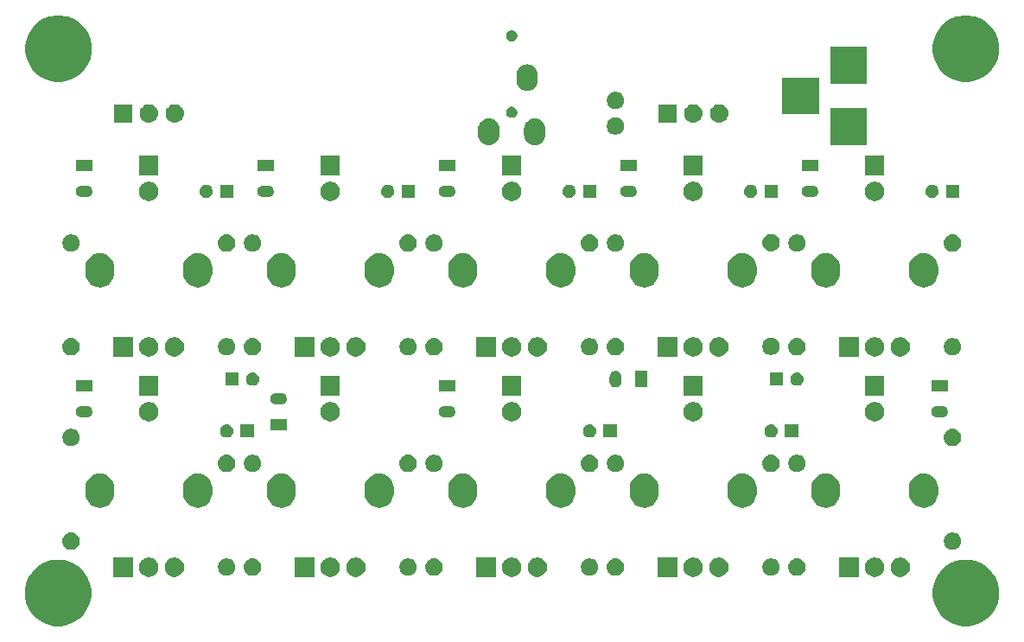
<source format=gbr>
G04 #@! TF.GenerationSoftware,KiCad,Pcbnew,(5.1.4)-1*
G04 #@! TF.CreationDate,2020-12-21T11:31:01-05:00*
G04 #@! TF.ProjectId,buzzybox,62757a7a-7962-46f7-982e-6b696361645f,rev?*
G04 #@! TF.SameCoordinates,Original*
G04 #@! TF.FileFunction,Soldermask,Top*
G04 #@! TF.FilePolarity,Negative*
%FSLAX46Y46*%
G04 Gerber Fmt 4.6, Leading zero omitted, Abs format (unit mm)*
G04 Created by KiCad (PCBNEW (5.1.4)-1) date 2020-12-21 11:31:01*
%MOMM*%
%LPD*%
G04 APERTURE LIST*
%ADD10C,0.100000*%
G04 APERTURE END LIST*
D10*
G36*
X156821488Y-103478985D02*
G01*
X157198282Y-103553934D01*
X157789926Y-103799001D01*
X158050595Y-103973175D01*
X158322391Y-104154783D01*
X158775217Y-104607609D01*
X158825244Y-104682480D01*
X159130999Y-105140074D01*
X159376066Y-105731718D01*
X159501000Y-106359804D01*
X159501000Y-107000196D01*
X159376066Y-107628282D01*
X159130999Y-108219926D01*
X158775216Y-108752392D01*
X158322392Y-109205216D01*
X157789926Y-109560999D01*
X157198282Y-109806066D01*
X156884239Y-109868533D01*
X156570197Y-109931000D01*
X155929803Y-109931000D01*
X155615761Y-109868533D01*
X155301718Y-109806066D01*
X154710074Y-109560999D01*
X154177608Y-109205216D01*
X153724784Y-108752392D01*
X153369001Y-108219926D01*
X153123934Y-107628282D01*
X152999000Y-107000196D01*
X152999000Y-106359804D01*
X153123934Y-105731718D01*
X153369001Y-105140074D01*
X153674756Y-104682480D01*
X153724783Y-104607609D01*
X154177609Y-104154783D01*
X154449405Y-103973175D01*
X154710074Y-103799001D01*
X155301718Y-103553934D01*
X155678512Y-103478985D01*
X155929803Y-103429000D01*
X156570197Y-103429000D01*
X156821488Y-103478985D01*
X156821488Y-103478985D01*
G37*
G36*
X67881488Y-103478985D02*
G01*
X68258282Y-103553934D01*
X68849926Y-103799001D01*
X69110595Y-103973175D01*
X69382391Y-104154783D01*
X69835217Y-104607609D01*
X69885244Y-104682480D01*
X70190999Y-105140074D01*
X70436066Y-105731718D01*
X70561000Y-106359804D01*
X70561000Y-107000196D01*
X70436066Y-107628282D01*
X70190999Y-108219926D01*
X69835216Y-108752392D01*
X69382392Y-109205216D01*
X68849926Y-109560999D01*
X68258282Y-109806066D01*
X67944239Y-109868533D01*
X67630197Y-109931000D01*
X66989803Y-109931000D01*
X66675761Y-109868533D01*
X66361718Y-109806066D01*
X65770074Y-109560999D01*
X65237608Y-109205216D01*
X64784784Y-108752392D01*
X64429001Y-108219926D01*
X64183934Y-107628282D01*
X64059000Y-107000196D01*
X64059000Y-106359804D01*
X64183934Y-105731718D01*
X64429001Y-105140074D01*
X64734756Y-104682480D01*
X64784783Y-104607609D01*
X65237609Y-104154783D01*
X65509405Y-103973175D01*
X65770074Y-103799001D01*
X66361718Y-103553934D01*
X66738512Y-103478985D01*
X66989803Y-103429000D01*
X67630197Y-103429000D01*
X67881488Y-103478985D01*
X67881488Y-103478985D01*
G37*
G36*
X78977395Y-103225546D02*
G01*
X79150466Y-103297234D01*
X79156572Y-103301314D01*
X79306227Y-103401310D01*
X79438690Y-103533773D01*
X79481284Y-103597520D01*
X79542766Y-103689534D01*
X79614454Y-103862605D01*
X79651000Y-104046333D01*
X79651000Y-104233667D01*
X79614454Y-104417395D01*
X79542766Y-104590466D01*
X79542765Y-104590467D01*
X79438690Y-104746227D01*
X79306227Y-104878690D01*
X79283092Y-104894148D01*
X79150466Y-104982766D01*
X78977395Y-105054454D01*
X78793667Y-105091000D01*
X78606333Y-105091000D01*
X78422605Y-105054454D01*
X78249534Y-104982766D01*
X78116908Y-104894148D01*
X78093773Y-104878690D01*
X77961310Y-104746227D01*
X77857235Y-104590467D01*
X77857234Y-104590466D01*
X77785546Y-104417395D01*
X77749000Y-104233667D01*
X77749000Y-104046333D01*
X77785546Y-103862605D01*
X77857234Y-103689534D01*
X77918716Y-103597520D01*
X77961310Y-103533773D01*
X78093773Y-103401310D01*
X78243428Y-103301314D01*
X78249534Y-103297234D01*
X78422605Y-103225546D01*
X78606333Y-103189000D01*
X78793667Y-103189000D01*
X78977395Y-103225546D01*
X78977395Y-103225546D01*
G37*
G36*
X92431000Y-105091000D02*
G01*
X90529000Y-105091000D01*
X90529000Y-103189000D01*
X92431000Y-103189000D01*
X92431000Y-105091000D01*
X92431000Y-105091000D01*
G37*
G36*
X129817395Y-103225546D02*
G01*
X129990466Y-103297234D01*
X129996572Y-103301314D01*
X130146227Y-103401310D01*
X130278690Y-103533773D01*
X130321284Y-103597520D01*
X130382766Y-103689534D01*
X130454454Y-103862605D01*
X130491000Y-104046333D01*
X130491000Y-104233667D01*
X130454454Y-104417395D01*
X130382766Y-104590466D01*
X130382765Y-104590467D01*
X130278690Y-104746227D01*
X130146227Y-104878690D01*
X130123092Y-104894148D01*
X129990466Y-104982766D01*
X129817395Y-105054454D01*
X129633667Y-105091000D01*
X129446333Y-105091000D01*
X129262605Y-105054454D01*
X129089534Y-104982766D01*
X128956908Y-104894148D01*
X128933773Y-104878690D01*
X128801310Y-104746227D01*
X128697235Y-104590467D01*
X128697234Y-104590466D01*
X128625546Y-104417395D01*
X128589000Y-104233667D01*
X128589000Y-104046333D01*
X128625546Y-103862605D01*
X128697234Y-103689534D01*
X128758716Y-103597520D01*
X128801310Y-103533773D01*
X128933773Y-103401310D01*
X129083428Y-103301314D01*
X129089534Y-103297234D01*
X129262605Y-103225546D01*
X129446333Y-103189000D01*
X129633667Y-103189000D01*
X129817395Y-103225546D01*
X129817395Y-103225546D01*
G37*
G36*
X127991000Y-105091000D02*
G01*
X126089000Y-105091000D01*
X126089000Y-103189000D01*
X127991000Y-103189000D01*
X127991000Y-105091000D01*
X127991000Y-105091000D01*
G37*
G36*
X114537395Y-103225546D02*
G01*
X114710466Y-103297234D01*
X114716572Y-103301314D01*
X114866227Y-103401310D01*
X114998690Y-103533773D01*
X115041284Y-103597520D01*
X115102766Y-103689534D01*
X115174454Y-103862605D01*
X115211000Y-104046333D01*
X115211000Y-104233667D01*
X115174454Y-104417395D01*
X115102766Y-104590466D01*
X115102765Y-104590467D01*
X114998690Y-104746227D01*
X114866227Y-104878690D01*
X114843092Y-104894148D01*
X114710466Y-104982766D01*
X114537395Y-105054454D01*
X114353667Y-105091000D01*
X114166333Y-105091000D01*
X113982605Y-105054454D01*
X113809534Y-104982766D01*
X113676908Y-104894148D01*
X113653773Y-104878690D01*
X113521310Y-104746227D01*
X113417235Y-104590467D01*
X113417234Y-104590466D01*
X113345546Y-104417395D01*
X113309000Y-104233667D01*
X113309000Y-104046333D01*
X113345546Y-103862605D01*
X113417234Y-103689534D01*
X113478716Y-103597520D01*
X113521310Y-103533773D01*
X113653773Y-103401310D01*
X113803428Y-103301314D01*
X113809534Y-103297234D01*
X113982605Y-103225546D01*
X114166333Y-103189000D01*
X114353667Y-103189000D01*
X114537395Y-103225546D01*
X114537395Y-103225546D01*
G37*
G36*
X112037395Y-103225546D02*
G01*
X112210466Y-103297234D01*
X112216572Y-103301314D01*
X112366227Y-103401310D01*
X112498690Y-103533773D01*
X112541284Y-103597520D01*
X112602766Y-103689534D01*
X112674454Y-103862605D01*
X112711000Y-104046333D01*
X112711000Y-104233667D01*
X112674454Y-104417395D01*
X112602766Y-104590466D01*
X112602765Y-104590467D01*
X112498690Y-104746227D01*
X112366227Y-104878690D01*
X112343092Y-104894148D01*
X112210466Y-104982766D01*
X112037395Y-105054454D01*
X111853667Y-105091000D01*
X111666333Y-105091000D01*
X111482605Y-105054454D01*
X111309534Y-104982766D01*
X111176908Y-104894148D01*
X111153773Y-104878690D01*
X111021310Y-104746227D01*
X110917235Y-104590467D01*
X110917234Y-104590466D01*
X110845546Y-104417395D01*
X110809000Y-104233667D01*
X110809000Y-104046333D01*
X110845546Y-103862605D01*
X110917234Y-103689534D01*
X110978716Y-103597520D01*
X111021310Y-103533773D01*
X111153773Y-103401310D01*
X111303428Y-103301314D01*
X111309534Y-103297234D01*
X111482605Y-103225546D01*
X111666333Y-103189000D01*
X111853667Y-103189000D01*
X112037395Y-103225546D01*
X112037395Y-103225546D01*
G37*
G36*
X110211000Y-105091000D02*
G01*
X108309000Y-105091000D01*
X108309000Y-103189000D01*
X110211000Y-103189000D01*
X110211000Y-105091000D01*
X110211000Y-105091000D01*
G37*
G36*
X96757395Y-103225546D02*
G01*
X96930466Y-103297234D01*
X96936572Y-103301314D01*
X97086227Y-103401310D01*
X97218690Y-103533773D01*
X97261284Y-103597520D01*
X97322766Y-103689534D01*
X97394454Y-103862605D01*
X97431000Y-104046333D01*
X97431000Y-104233667D01*
X97394454Y-104417395D01*
X97322766Y-104590466D01*
X97322765Y-104590467D01*
X97218690Y-104746227D01*
X97086227Y-104878690D01*
X97063092Y-104894148D01*
X96930466Y-104982766D01*
X96757395Y-105054454D01*
X96573667Y-105091000D01*
X96386333Y-105091000D01*
X96202605Y-105054454D01*
X96029534Y-104982766D01*
X95896908Y-104894148D01*
X95873773Y-104878690D01*
X95741310Y-104746227D01*
X95637235Y-104590467D01*
X95637234Y-104590466D01*
X95565546Y-104417395D01*
X95529000Y-104233667D01*
X95529000Y-104046333D01*
X95565546Y-103862605D01*
X95637234Y-103689534D01*
X95698716Y-103597520D01*
X95741310Y-103533773D01*
X95873773Y-103401310D01*
X96023428Y-103301314D01*
X96029534Y-103297234D01*
X96202605Y-103225546D01*
X96386333Y-103189000D01*
X96573667Y-103189000D01*
X96757395Y-103225546D01*
X96757395Y-103225546D01*
G37*
G36*
X94257395Y-103225546D02*
G01*
X94430466Y-103297234D01*
X94436572Y-103301314D01*
X94586227Y-103401310D01*
X94718690Y-103533773D01*
X94761284Y-103597520D01*
X94822766Y-103689534D01*
X94894454Y-103862605D01*
X94931000Y-104046333D01*
X94931000Y-104233667D01*
X94894454Y-104417395D01*
X94822766Y-104590466D01*
X94822765Y-104590467D01*
X94718690Y-104746227D01*
X94586227Y-104878690D01*
X94563092Y-104894148D01*
X94430466Y-104982766D01*
X94257395Y-105054454D01*
X94073667Y-105091000D01*
X93886333Y-105091000D01*
X93702605Y-105054454D01*
X93529534Y-104982766D01*
X93396908Y-104894148D01*
X93373773Y-104878690D01*
X93241310Y-104746227D01*
X93137235Y-104590467D01*
X93137234Y-104590466D01*
X93065546Y-104417395D01*
X93029000Y-104233667D01*
X93029000Y-104046333D01*
X93065546Y-103862605D01*
X93137234Y-103689534D01*
X93198716Y-103597520D01*
X93241310Y-103533773D01*
X93373773Y-103401310D01*
X93523428Y-103301314D01*
X93529534Y-103297234D01*
X93702605Y-103225546D01*
X93886333Y-103189000D01*
X94073667Y-103189000D01*
X94257395Y-103225546D01*
X94257395Y-103225546D01*
G37*
G36*
X132317395Y-103225546D02*
G01*
X132490466Y-103297234D01*
X132496572Y-103301314D01*
X132646227Y-103401310D01*
X132778690Y-103533773D01*
X132821284Y-103597520D01*
X132882766Y-103689534D01*
X132954454Y-103862605D01*
X132991000Y-104046333D01*
X132991000Y-104233667D01*
X132954454Y-104417395D01*
X132882766Y-104590466D01*
X132882765Y-104590467D01*
X132778690Y-104746227D01*
X132646227Y-104878690D01*
X132623092Y-104894148D01*
X132490466Y-104982766D01*
X132317395Y-105054454D01*
X132133667Y-105091000D01*
X131946333Y-105091000D01*
X131762605Y-105054454D01*
X131589534Y-104982766D01*
X131456908Y-104894148D01*
X131433773Y-104878690D01*
X131301310Y-104746227D01*
X131197235Y-104590467D01*
X131197234Y-104590466D01*
X131125546Y-104417395D01*
X131089000Y-104233667D01*
X131089000Y-104046333D01*
X131125546Y-103862605D01*
X131197234Y-103689534D01*
X131258716Y-103597520D01*
X131301310Y-103533773D01*
X131433773Y-103401310D01*
X131583428Y-103301314D01*
X131589534Y-103297234D01*
X131762605Y-103225546D01*
X131946333Y-103189000D01*
X132133667Y-103189000D01*
X132317395Y-103225546D01*
X132317395Y-103225546D01*
G37*
G36*
X145771000Y-105091000D02*
G01*
X143869000Y-105091000D01*
X143869000Y-103189000D01*
X145771000Y-103189000D01*
X145771000Y-105091000D01*
X145771000Y-105091000D01*
G37*
G36*
X147597395Y-103225546D02*
G01*
X147770466Y-103297234D01*
X147776572Y-103301314D01*
X147926227Y-103401310D01*
X148058690Y-103533773D01*
X148101284Y-103597520D01*
X148162766Y-103689534D01*
X148234454Y-103862605D01*
X148271000Y-104046333D01*
X148271000Y-104233667D01*
X148234454Y-104417395D01*
X148162766Y-104590466D01*
X148162765Y-104590467D01*
X148058690Y-104746227D01*
X147926227Y-104878690D01*
X147903092Y-104894148D01*
X147770466Y-104982766D01*
X147597395Y-105054454D01*
X147413667Y-105091000D01*
X147226333Y-105091000D01*
X147042605Y-105054454D01*
X146869534Y-104982766D01*
X146736908Y-104894148D01*
X146713773Y-104878690D01*
X146581310Y-104746227D01*
X146477235Y-104590467D01*
X146477234Y-104590466D01*
X146405546Y-104417395D01*
X146369000Y-104233667D01*
X146369000Y-104046333D01*
X146405546Y-103862605D01*
X146477234Y-103689534D01*
X146538716Y-103597520D01*
X146581310Y-103533773D01*
X146713773Y-103401310D01*
X146863428Y-103301314D01*
X146869534Y-103297234D01*
X147042605Y-103225546D01*
X147226333Y-103189000D01*
X147413667Y-103189000D01*
X147597395Y-103225546D01*
X147597395Y-103225546D01*
G37*
G36*
X150097395Y-103225546D02*
G01*
X150270466Y-103297234D01*
X150276572Y-103301314D01*
X150426227Y-103401310D01*
X150558690Y-103533773D01*
X150601284Y-103597520D01*
X150662766Y-103689534D01*
X150734454Y-103862605D01*
X150771000Y-104046333D01*
X150771000Y-104233667D01*
X150734454Y-104417395D01*
X150662766Y-104590466D01*
X150662765Y-104590467D01*
X150558690Y-104746227D01*
X150426227Y-104878690D01*
X150403092Y-104894148D01*
X150270466Y-104982766D01*
X150097395Y-105054454D01*
X149913667Y-105091000D01*
X149726333Y-105091000D01*
X149542605Y-105054454D01*
X149369534Y-104982766D01*
X149236908Y-104894148D01*
X149213773Y-104878690D01*
X149081310Y-104746227D01*
X148977235Y-104590467D01*
X148977234Y-104590466D01*
X148905546Y-104417395D01*
X148869000Y-104233667D01*
X148869000Y-104046333D01*
X148905546Y-103862605D01*
X148977234Y-103689534D01*
X149038716Y-103597520D01*
X149081310Y-103533773D01*
X149213773Y-103401310D01*
X149363428Y-103301314D01*
X149369534Y-103297234D01*
X149542605Y-103225546D01*
X149726333Y-103189000D01*
X149913667Y-103189000D01*
X150097395Y-103225546D01*
X150097395Y-103225546D01*
G37*
G36*
X74651000Y-105091000D02*
G01*
X72749000Y-105091000D01*
X72749000Y-103189000D01*
X74651000Y-103189000D01*
X74651000Y-105091000D01*
X74651000Y-105091000D01*
G37*
G36*
X76477395Y-103225546D02*
G01*
X76650466Y-103297234D01*
X76656572Y-103301314D01*
X76806227Y-103401310D01*
X76938690Y-103533773D01*
X76981284Y-103597520D01*
X77042766Y-103689534D01*
X77114454Y-103862605D01*
X77151000Y-104046333D01*
X77151000Y-104233667D01*
X77114454Y-104417395D01*
X77042766Y-104590466D01*
X77042765Y-104590467D01*
X76938690Y-104746227D01*
X76806227Y-104878690D01*
X76783092Y-104894148D01*
X76650466Y-104982766D01*
X76477395Y-105054454D01*
X76293667Y-105091000D01*
X76106333Y-105091000D01*
X75922605Y-105054454D01*
X75749534Y-104982766D01*
X75616908Y-104894148D01*
X75593773Y-104878690D01*
X75461310Y-104746227D01*
X75357235Y-104590467D01*
X75357234Y-104590466D01*
X75285546Y-104417395D01*
X75249000Y-104233667D01*
X75249000Y-104046333D01*
X75285546Y-103862605D01*
X75357234Y-103689534D01*
X75418716Y-103597520D01*
X75461310Y-103533773D01*
X75593773Y-103401310D01*
X75743428Y-103301314D01*
X75749534Y-103297234D01*
X75922605Y-103225546D01*
X76106333Y-103189000D01*
X76293667Y-103189000D01*
X76477395Y-103225546D01*
X76477395Y-103225546D01*
G37*
G36*
X137408228Y-103321703D02*
G01*
X137563100Y-103385853D01*
X137702481Y-103478985D01*
X137821015Y-103597519D01*
X137914147Y-103736900D01*
X137978297Y-103891772D01*
X138011000Y-104056184D01*
X138011000Y-104223816D01*
X137978297Y-104388228D01*
X137914147Y-104543100D01*
X137821015Y-104682481D01*
X137702481Y-104801015D01*
X137563100Y-104894147D01*
X137408228Y-104958297D01*
X137243816Y-104991000D01*
X137076184Y-104991000D01*
X136911772Y-104958297D01*
X136756900Y-104894147D01*
X136617519Y-104801015D01*
X136498985Y-104682481D01*
X136405853Y-104543100D01*
X136341703Y-104388228D01*
X136309000Y-104223816D01*
X136309000Y-104056184D01*
X136341703Y-103891772D01*
X136405853Y-103736900D01*
X136498985Y-103597519D01*
X136617519Y-103478985D01*
X136756900Y-103385853D01*
X136911772Y-103321703D01*
X137076184Y-103289000D01*
X137243816Y-103289000D01*
X137408228Y-103321703D01*
X137408228Y-103321703D01*
G37*
G36*
X86526823Y-103301313D02*
G01*
X86687242Y-103349976D01*
X86754361Y-103385852D01*
X86835078Y-103428996D01*
X86964659Y-103535341D01*
X87071004Y-103664922D01*
X87071005Y-103664924D01*
X87150024Y-103812758D01*
X87198687Y-103973177D01*
X87215117Y-104140000D01*
X87198687Y-104306823D01*
X87150024Y-104467242D01*
X87109477Y-104543100D01*
X87071004Y-104615078D01*
X86964659Y-104744659D01*
X86835078Y-104851004D01*
X86835076Y-104851005D01*
X86687242Y-104930024D01*
X86526823Y-104978687D01*
X86401804Y-104991000D01*
X86318196Y-104991000D01*
X86193177Y-104978687D01*
X86032758Y-104930024D01*
X85884924Y-104851005D01*
X85884922Y-104851004D01*
X85755341Y-104744659D01*
X85648996Y-104615078D01*
X85610523Y-104543100D01*
X85569976Y-104467242D01*
X85521313Y-104306823D01*
X85504883Y-104140000D01*
X85521313Y-103973177D01*
X85569976Y-103812758D01*
X85648995Y-103664924D01*
X85648996Y-103664922D01*
X85755341Y-103535341D01*
X85884922Y-103428996D01*
X85965639Y-103385852D01*
X86032758Y-103349976D01*
X86193177Y-103301313D01*
X86318196Y-103289000D01*
X86401804Y-103289000D01*
X86526823Y-103301313D01*
X86526823Y-103301313D01*
G37*
G36*
X101848228Y-103321703D02*
G01*
X102003100Y-103385853D01*
X102142481Y-103478985D01*
X102261015Y-103597519D01*
X102354147Y-103736900D01*
X102418297Y-103891772D01*
X102451000Y-104056184D01*
X102451000Y-104223816D01*
X102418297Y-104388228D01*
X102354147Y-104543100D01*
X102261015Y-104682481D01*
X102142481Y-104801015D01*
X102003100Y-104894147D01*
X101848228Y-104958297D01*
X101683816Y-104991000D01*
X101516184Y-104991000D01*
X101351772Y-104958297D01*
X101196900Y-104894147D01*
X101057519Y-104801015D01*
X100938985Y-104682481D01*
X100845853Y-104543100D01*
X100781703Y-104388228D01*
X100749000Y-104223816D01*
X100749000Y-104056184D01*
X100781703Y-103891772D01*
X100845853Y-103736900D01*
X100938985Y-103597519D01*
X101057519Y-103478985D01*
X101196900Y-103385853D01*
X101351772Y-103321703D01*
X101516184Y-103289000D01*
X101683816Y-103289000D01*
X101848228Y-103321703D01*
X101848228Y-103321703D01*
G37*
G36*
X139866823Y-103301313D02*
G01*
X140027242Y-103349976D01*
X140094361Y-103385852D01*
X140175078Y-103428996D01*
X140304659Y-103535341D01*
X140411004Y-103664922D01*
X140411005Y-103664924D01*
X140490024Y-103812758D01*
X140538687Y-103973177D01*
X140555117Y-104140000D01*
X140538687Y-104306823D01*
X140490024Y-104467242D01*
X140449477Y-104543100D01*
X140411004Y-104615078D01*
X140304659Y-104744659D01*
X140175078Y-104851004D01*
X140175076Y-104851005D01*
X140027242Y-104930024D01*
X139866823Y-104978687D01*
X139741804Y-104991000D01*
X139658196Y-104991000D01*
X139533177Y-104978687D01*
X139372758Y-104930024D01*
X139224924Y-104851005D01*
X139224922Y-104851004D01*
X139095341Y-104744659D01*
X138988996Y-104615078D01*
X138950523Y-104543100D01*
X138909976Y-104467242D01*
X138861313Y-104306823D01*
X138844883Y-104140000D01*
X138861313Y-103973177D01*
X138909976Y-103812758D01*
X138988995Y-103664924D01*
X138988996Y-103664922D01*
X139095341Y-103535341D01*
X139224922Y-103428996D01*
X139305639Y-103385852D01*
X139372758Y-103349976D01*
X139533177Y-103301313D01*
X139658196Y-103289000D01*
X139741804Y-103289000D01*
X139866823Y-103301313D01*
X139866823Y-103301313D01*
G37*
G36*
X122086823Y-103301313D02*
G01*
X122247242Y-103349976D01*
X122314361Y-103385852D01*
X122395078Y-103428996D01*
X122524659Y-103535341D01*
X122631004Y-103664922D01*
X122631005Y-103664924D01*
X122710024Y-103812758D01*
X122758687Y-103973177D01*
X122775117Y-104140000D01*
X122758687Y-104306823D01*
X122710024Y-104467242D01*
X122669477Y-104543100D01*
X122631004Y-104615078D01*
X122524659Y-104744659D01*
X122395078Y-104851004D01*
X122395076Y-104851005D01*
X122247242Y-104930024D01*
X122086823Y-104978687D01*
X121961804Y-104991000D01*
X121878196Y-104991000D01*
X121753177Y-104978687D01*
X121592758Y-104930024D01*
X121444924Y-104851005D01*
X121444922Y-104851004D01*
X121315341Y-104744659D01*
X121208996Y-104615078D01*
X121170523Y-104543100D01*
X121129976Y-104467242D01*
X121081313Y-104306823D01*
X121064883Y-104140000D01*
X121081313Y-103973177D01*
X121129976Y-103812758D01*
X121208995Y-103664924D01*
X121208996Y-103664922D01*
X121315341Y-103535341D01*
X121444922Y-103428996D01*
X121525639Y-103385852D01*
X121592758Y-103349976D01*
X121753177Y-103301313D01*
X121878196Y-103289000D01*
X121961804Y-103289000D01*
X122086823Y-103301313D01*
X122086823Y-103301313D01*
G37*
G36*
X119628228Y-103321703D02*
G01*
X119783100Y-103385853D01*
X119922481Y-103478985D01*
X120041015Y-103597519D01*
X120134147Y-103736900D01*
X120198297Y-103891772D01*
X120231000Y-104056184D01*
X120231000Y-104223816D01*
X120198297Y-104388228D01*
X120134147Y-104543100D01*
X120041015Y-104682481D01*
X119922481Y-104801015D01*
X119783100Y-104894147D01*
X119628228Y-104958297D01*
X119463816Y-104991000D01*
X119296184Y-104991000D01*
X119131772Y-104958297D01*
X118976900Y-104894147D01*
X118837519Y-104801015D01*
X118718985Y-104682481D01*
X118625853Y-104543100D01*
X118561703Y-104388228D01*
X118529000Y-104223816D01*
X118529000Y-104056184D01*
X118561703Y-103891772D01*
X118625853Y-103736900D01*
X118718985Y-103597519D01*
X118837519Y-103478985D01*
X118976900Y-103385853D01*
X119131772Y-103321703D01*
X119296184Y-103289000D01*
X119463816Y-103289000D01*
X119628228Y-103321703D01*
X119628228Y-103321703D01*
G37*
G36*
X104306823Y-103301313D02*
G01*
X104467242Y-103349976D01*
X104534361Y-103385852D01*
X104615078Y-103428996D01*
X104744659Y-103535341D01*
X104851004Y-103664922D01*
X104851005Y-103664924D01*
X104930024Y-103812758D01*
X104978687Y-103973177D01*
X104995117Y-104140000D01*
X104978687Y-104306823D01*
X104930024Y-104467242D01*
X104889477Y-104543100D01*
X104851004Y-104615078D01*
X104744659Y-104744659D01*
X104615078Y-104851004D01*
X104615076Y-104851005D01*
X104467242Y-104930024D01*
X104306823Y-104978687D01*
X104181804Y-104991000D01*
X104098196Y-104991000D01*
X103973177Y-104978687D01*
X103812758Y-104930024D01*
X103664924Y-104851005D01*
X103664922Y-104851004D01*
X103535341Y-104744659D01*
X103428996Y-104615078D01*
X103390523Y-104543100D01*
X103349976Y-104467242D01*
X103301313Y-104306823D01*
X103284883Y-104140000D01*
X103301313Y-103973177D01*
X103349976Y-103812758D01*
X103428995Y-103664924D01*
X103428996Y-103664922D01*
X103535341Y-103535341D01*
X103664922Y-103428996D01*
X103745639Y-103385852D01*
X103812758Y-103349976D01*
X103973177Y-103301313D01*
X104098196Y-103289000D01*
X104181804Y-103289000D01*
X104306823Y-103301313D01*
X104306823Y-103301313D01*
G37*
G36*
X84068228Y-103321703D02*
G01*
X84223100Y-103385853D01*
X84362481Y-103478985D01*
X84481015Y-103597519D01*
X84574147Y-103736900D01*
X84638297Y-103891772D01*
X84671000Y-104056184D01*
X84671000Y-104223816D01*
X84638297Y-104388228D01*
X84574147Y-104543100D01*
X84481015Y-104682481D01*
X84362481Y-104801015D01*
X84223100Y-104894147D01*
X84068228Y-104958297D01*
X83903816Y-104991000D01*
X83736184Y-104991000D01*
X83571772Y-104958297D01*
X83416900Y-104894147D01*
X83277519Y-104801015D01*
X83158985Y-104682481D01*
X83065853Y-104543100D01*
X83001703Y-104388228D01*
X82969000Y-104223816D01*
X82969000Y-104056184D01*
X83001703Y-103891772D01*
X83065853Y-103736900D01*
X83158985Y-103597519D01*
X83277519Y-103478985D01*
X83416900Y-103385853D01*
X83571772Y-103321703D01*
X83736184Y-103289000D01*
X83903816Y-103289000D01*
X84068228Y-103321703D01*
X84068228Y-103321703D01*
G37*
G36*
X155188228Y-100781703D02*
G01*
X155343100Y-100845853D01*
X155482481Y-100938985D01*
X155601015Y-101057519D01*
X155694147Y-101196900D01*
X155758297Y-101351772D01*
X155791000Y-101516184D01*
X155791000Y-101683816D01*
X155758297Y-101848228D01*
X155694147Y-102003100D01*
X155601015Y-102142481D01*
X155482481Y-102261015D01*
X155343100Y-102354147D01*
X155188228Y-102418297D01*
X155023816Y-102451000D01*
X154856184Y-102451000D01*
X154691772Y-102418297D01*
X154536900Y-102354147D01*
X154397519Y-102261015D01*
X154278985Y-102142481D01*
X154185853Y-102003100D01*
X154121703Y-101848228D01*
X154089000Y-101683816D01*
X154089000Y-101516184D01*
X154121703Y-101351772D01*
X154185853Y-101196900D01*
X154278985Y-101057519D01*
X154397519Y-100938985D01*
X154536900Y-100845853D01*
X154691772Y-100781703D01*
X154856184Y-100749000D01*
X155023816Y-100749000D01*
X155188228Y-100781703D01*
X155188228Y-100781703D01*
G37*
G36*
X68746823Y-100761313D02*
G01*
X68907242Y-100809976D01*
X68974361Y-100845852D01*
X69055078Y-100888996D01*
X69184659Y-100995341D01*
X69291004Y-101124922D01*
X69291005Y-101124924D01*
X69370024Y-101272758D01*
X69418687Y-101433177D01*
X69435117Y-101600000D01*
X69418687Y-101766823D01*
X69370024Y-101927242D01*
X69329477Y-102003100D01*
X69291004Y-102075078D01*
X69184659Y-102204659D01*
X69055078Y-102311004D01*
X69055076Y-102311005D01*
X68907242Y-102390024D01*
X68746823Y-102438687D01*
X68621804Y-102451000D01*
X68538196Y-102451000D01*
X68413177Y-102438687D01*
X68252758Y-102390024D01*
X68104924Y-102311005D01*
X68104922Y-102311004D01*
X67975341Y-102204659D01*
X67868996Y-102075078D01*
X67830523Y-102003100D01*
X67789976Y-101927242D01*
X67741313Y-101766823D01*
X67724883Y-101600000D01*
X67741313Y-101433177D01*
X67789976Y-101272758D01*
X67868995Y-101124924D01*
X67868996Y-101124922D01*
X67975341Y-100995341D01*
X68104922Y-100888996D01*
X68185639Y-100845852D01*
X68252758Y-100809976D01*
X68413177Y-100761313D01*
X68538196Y-100749000D01*
X68621804Y-100749000D01*
X68746823Y-100761313D01*
X68746823Y-100761313D01*
G37*
G36*
X116836604Y-94989416D02*
G01*
X117102579Y-95070099D01*
X117102581Y-95070100D01*
X117347701Y-95201119D01*
X117562556Y-95377444D01*
X117738881Y-95592299D01*
X117869900Y-95837418D01*
X117869900Y-95837419D01*
X117869901Y-95837421D01*
X117950584Y-96103397D01*
X117971000Y-96310685D01*
X117971000Y-96969316D01*
X117950584Y-97176604D01*
X117869901Y-97442578D01*
X117869900Y-97442581D01*
X117738881Y-97687701D01*
X117562556Y-97902556D01*
X117347700Y-98078881D01*
X117102580Y-98209900D01*
X117102578Y-98209901D01*
X116836603Y-98290584D01*
X116560000Y-98317827D01*
X116283396Y-98290584D01*
X116017421Y-98209901D01*
X116017419Y-98209900D01*
X115772299Y-98078881D01*
X115557444Y-97902556D01*
X115381119Y-97687700D01*
X115250100Y-97442580D01*
X115250099Y-97442578D01*
X115169416Y-97176603D01*
X115149000Y-96969315D01*
X115149000Y-96310684D01*
X115169416Y-96103396D01*
X115250099Y-95837421D01*
X115381120Y-95592298D01*
X115557444Y-95377444D01*
X115772300Y-95201119D01*
X116017420Y-95070100D01*
X116017422Y-95070099D01*
X116283397Y-94989416D01*
X116560000Y-94962173D01*
X116836604Y-94989416D01*
X116836604Y-94989416D01*
G37*
G36*
X89456604Y-94989416D02*
G01*
X89722579Y-95070099D01*
X89722581Y-95070100D01*
X89967701Y-95201119D01*
X90182556Y-95377444D01*
X90358881Y-95592299D01*
X90489900Y-95837418D01*
X90489900Y-95837419D01*
X90489901Y-95837421D01*
X90570584Y-96103397D01*
X90591000Y-96310685D01*
X90591000Y-96969316D01*
X90570584Y-97176604D01*
X90489901Y-97442578D01*
X90489900Y-97442581D01*
X90358881Y-97687701D01*
X90182556Y-97902556D01*
X89967700Y-98078881D01*
X89722580Y-98209900D01*
X89722578Y-98209901D01*
X89456603Y-98290584D01*
X89180000Y-98317827D01*
X88903396Y-98290584D01*
X88637421Y-98209901D01*
X88637419Y-98209900D01*
X88392299Y-98078881D01*
X88177444Y-97902556D01*
X88001119Y-97687700D01*
X87870100Y-97442580D01*
X87870099Y-97442578D01*
X87789416Y-97176603D01*
X87769000Y-96969315D01*
X87769000Y-96310684D01*
X87789416Y-96103396D01*
X87870099Y-95837421D01*
X88001120Y-95592298D01*
X88177444Y-95377444D01*
X88392300Y-95201119D01*
X88637420Y-95070100D01*
X88637422Y-95070099D01*
X88903397Y-94989416D01*
X89180000Y-94962173D01*
X89456604Y-94989416D01*
X89456604Y-94989416D01*
G37*
G36*
X99056604Y-94989416D02*
G01*
X99322579Y-95070099D01*
X99322581Y-95070100D01*
X99567701Y-95201119D01*
X99782556Y-95377444D01*
X99958881Y-95592299D01*
X100089900Y-95837418D01*
X100089900Y-95837419D01*
X100089901Y-95837421D01*
X100170584Y-96103397D01*
X100191000Y-96310685D01*
X100191000Y-96969316D01*
X100170584Y-97176604D01*
X100089901Y-97442578D01*
X100089900Y-97442581D01*
X99958881Y-97687701D01*
X99782556Y-97902556D01*
X99567700Y-98078881D01*
X99322580Y-98209900D01*
X99322578Y-98209901D01*
X99056603Y-98290584D01*
X98780000Y-98317827D01*
X98503396Y-98290584D01*
X98237421Y-98209901D01*
X98237419Y-98209900D01*
X97992299Y-98078881D01*
X97777444Y-97902556D01*
X97601119Y-97687700D01*
X97470100Y-97442580D01*
X97470099Y-97442578D01*
X97389416Y-97176603D01*
X97369000Y-96969315D01*
X97369000Y-96310684D01*
X97389416Y-96103396D01*
X97470099Y-95837421D01*
X97601120Y-95592298D01*
X97777444Y-95377444D01*
X97992300Y-95201119D01*
X98237420Y-95070100D01*
X98237422Y-95070099D01*
X98503397Y-94989416D01*
X98780000Y-94962173D01*
X99056604Y-94989416D01*
X99056604Y-94989416D01*
G37*
G36*
X71676604Y-94989416D02*
G01*
X71942579Y-95070099D01*
X71942581Y-95070100D01*
X72187701Y-95201119D01*
X72402556Y-95377444D01*
X72578881Y-95592299D01*
X72709900Y-95837418D01*
X72709900Y-95837419D01*
X72709901Y-95837421D01*
X72790584Y-96103397D01*
X72811000Y-96310685D01*
X72811000Y-96969316D01*
X72790584Y-97176604D01*
X72709901Y-97442578D01*
X72709900Y-97442581D01*
X72578881Y-97687701D01*
X72402556Y-97902556D01*
X72187700Y-98078881D01*
X71942580Y-98209900D01*
X71942578Y-98209901D01*
X71676603Y-98290584D01*
X71400000Y-98317827D01*
X71123396Y-98290584D01*
X70857421Y-98209901D01*
X70857419Y-98209900D01*
X70612299Y-98078881D01*
X70397444Y-97902556D01*
X70221119Y-97687700D01*
X70090100Y-97442580D01*
X70090099Y-97442578D01*
X70009416Y-97176603D01*
X69989000Y-96969315D01*
X69989000Y-96310684D01*
X70009416Y-96103396D01*
X70090099Y-95837421D01*
X70221120Y-95592298D01*
X70397444Y-95377444D01*
X70612300Y-95201119D01*
X70857420Y-95070100D01*
X70857422Y-95070099D01*
X71123397Y-94989416D01*
X71400000Y-94962173D01*
X71676604Y-94989416D01*
X71676604Y-94989416D01*
G37*
G36*
X81276604Y-94989416D02*
G01*
X81542579Y-95070099D01*
X81542581Y-95070100D01*
X81787701Y-95201119D01*
X82002556Y-95377444D01*
X82178881Y-95592299D01*
X82309900Y-95837418D01*
X82309900Y-95837419D01*
X82309901Y-95837421D01*
X82390584Y-96103397D01*
X82411000Y-96310685D01*
X82411000Y-96969316D01*
X82390584Y-97176604D01*
X82309901Y-97442578D01*
X82309900Y-97442581D01*
X82178881Y-97687701D01*
X82002556Y-97902556D01*
X81787700Y-98078881D01*
X81542580Y-98209900D01*
X81542578Y-98209901D01*
X81276603Y-98290584D01*
X81000000Y-98317827D01*
X80723396Y-98290584D01*
X80457421Y-98209901D01*
X80457419Y-98209900D01*
X80212299Y-98078881D01*
X79997444Y-97902556D01*
X79821119Y-97687700D01*
X79690100Y-97442580D01*
X79690099Y-97442578D01*
X79609416Y-97176603D01*
X79589000Y-96969315D01*
X79589000Y-96310684D01*
X79609416Y-96103396D01*
X79690099Y-95837421D01*
X79821120Y-95592298D01*
X79997444Y-95377444D01*
X80212300Y-95201119D01*
X80457420Y-95070100D01*
X80457422Y-95070099D01*
X80723397Y-94989416D01*
X81000000Y-94962173D01*
X81276604Y-94989416D01*
X81276604Y-94989416D01*
G37*
G36*
X152396604Y-94989416D02*
G01*
X152662579Y-95070099D01*
X152662581Y-95070100D01*
X152907701Y-95201119D01*
X153122556Y-95377444D01*
X153298881Y-95592299D01*
X153429900Y-95837418D01*
X153429900Y-95837419D01*
X153429901Y-95837421D01*
X153510584Y-96103397D01*
X153531000Y-96310685D01*
X153531000Y-96969316D01*
X153510584Y-97176604D01*
X153429901Y-97442578D01*
X153429900Y-97442581D01*
X153298881Y-97687701D01*
X153122556Y-97902556D01*
X152907700Y-98078881D01*
X152662580Y-98209900D01*
X152662578Y-98209901D01*
X152396603Y-98290584D01*
X152120000Y-98317827D01*
X151843396Y-98290584D01*
X151577421Y-98209901D01*
X151577419Y-98209900D01*
X151332299Y-98078881D01*
X151117444Y-97902556D01*
X150941119Y-97687700D01*
X150810100Y-97442580D01*
X150810099Y-97442578D01*
X150729416Y-97176603D01*
X150709000Y-96969315D01*
X150709000Y-96310684D01*
X150729416Y-96103396D01*
X150810099Y-95837421D01*
X150941120Y-95592298D01*
X151117444Y-95377444D01*
X151332300Y-95201119D01*
X151577420Y-95070100D01*
X151577422Y-95070099D01*
X151843397Y-94989416D01*
X152120000Y-94962173D01*
X152396604Y-94989416D01*
X152396604Y-94989416D01*
G37*
G36*
X142796604Y-94989416D02*
G01*
X143062579Y-95070099D01*
X143062581Y-95070100D01*
X143307701Y-95201119D01*
X143522556Y-95377444D01*
X143698881Y-95592299D01*
X143829900Y-95837418D01*
X143829900Y-95837419D01*
X143829901Y-95837421D01*
X143910584Y-96103397D01*
X143931000Y-96310685D01*
X143931000Y-96969316D01*
X143910584Y-97176604D01*
X143829901Y-97442578D01*
X143829900Y-97442581D01*
X143698881Y-97687701D01*
X143522556Y-97902556D01*
X143307700Y-98078881D01*
X143062580Y-98209900D01*
X143062578Y-98209901D01*
X142796603Y-98290584D01*
X142520000Y-98317827D01*
X142243396Y-98290584D01*
X141977421Y-98209901D01*
X141977419Y-98209900D01*
X141732299Y-98078881D01*
X141517444Y-97902556D01*
X141341119Y-97687700D01*
X141210100Y-97442580D01*
X141210099Y-97442578D01*
X141129416Y-97176603D01*
X141109000Y-96969315D01*
X141109000Y-96310684D01*
X141129416Y-96103396D01*
X141210099Y-95837421D01*
X141341120Y-95592298D01*
X141517444Y-95377444D01*
X141732300Y-95201119D01*
X141977420Y-95070100D01*
X141977422Y-95070099D01*
X142243397Y-94989416D01*
X142520000Y-94962173D01*
X142796604Y-94989416D01*
X142796604Y-94989416D01*
G37*
G36*
X125016604Y-94989416D02*
G01*
X125282579Y-95070099D01*
X125282581Y-95070100D01*
X125527701Y-95201119D01*
X125742556Y-95377444D01*
X125918881Y-95592299D01*
X126049900Y-95837418D01*
X126049900Y-95837419D01*
X126049901Y-95837421D01*
X126130584Y-96103397D01*
X126151000Y-96310685D01*
X126151000Y-96969316D01*
X126130584Y-97176604D01*
X126049901Y-97442578D01*
X126049900Y-97442581D01*
X125918881Y-97687701D01*
X125742556Y-97902556D01*
X125527700Y-98078881D01*
X125282580Y-98209900D01*
X125282578Y-98209901D01*
X125016603Y-98290584D01*
X124740000Y-98317827D01*
X124463396Y-98290584D01*
X124197421Y-98209901D01*
X124197419Y-98209900D01*
X123952299Y-98078881D01*
X123737444Y-97902556D01*
X123561119Y-97687700D01*
X123430100Y-97442580D01*
X123430099Y-97442578D01*
X123349416Y-97176603D01*
X123329000Y-96969315D01*
X123329000Y-96310684D01*
X123349416Y-96103396D01*
X123430099Y-95837421D01*
X123561120Y-95592298D01*
X123737444Y-95377444D01*
X123952300Y-95201119D01*
X124197420Y-95070100D01*
X124197422Y-95070099D01*
X124463397Y-94989416D01*
X124740000Y-94962173D01*
X125016604Y-94989416D01*
X125016604Y-94989416D01*
G37*
G36*
X134616604Y-94989416D02*
G01*
X134882579Y-95070099D01*
X134882581Y-95070100D01*
X135127701Y-95201119D01*
X135342556Y-95377444D01*
X135518881Y-95592299D01*
X135649900Y-95837418D01*
X135649900Y-95837419D01*
X135649901Y-95837421D01*
X135730584Y-96103397D01*
X135751000Y-96310685D01*
X135751000Y-96969316D01*
X135730584Y-97176604D01*
X135649901Y-97442578D01*
X135649900Y-97442581D01*
X135518881Y-97687701D01*
X135342556Y-97902556D01*
X135127700Y-98078881D01*
X134882580Y-98209900D01*
X134882578Y-98209901D01*
X134616603Y-98290584D01*
X134340000Y-98317827D01*
X134063396Y-98290584D01*
X133797421Y-98209901D01*
X133797419Y-98209900D01*
X133552299Y-98078881D01*
X133337444Y-97902556D01*
X133161119Y-97687700D01*
X133030100Y-97442580D01*
X133030099Y-97442578D01*
X132949416Y-97176603D01*
X132929000Y-96969315D01*
X132929000Y-96310684D01*
X132949416Y-96103396D01*
X133030099Y-95837421D01*
X133161120Y-95592298D01*
X133337444Y-95377444D01*
X133552300Y-95201119D01*
X133797420Y-95070100D01*
X133797422Y-95070099D01*
X134063397Y-94989416D01*
X134340000Y-94962173D01*
X134616604Y-94989416D01*
X134616604Y-94989416D01*
G37*
G36*
X107236604Y-94989416D02*
G01*
X107502579Y-95070099D01*
X107502581Y-95070100D01*
X107747701Y-95201119D01*
X107962556Y-95377444D01*
X108138881Y-95592299D01*
X108269900Y-95837418D01*
X108269900Y-95837419D01*
X108269901Y-95837421D01*
X108350584Y-96103397D01*
X108371000Y-96310685D01*
X108371000Y-96969316D01*
X108350584Y-97176604D01*
X108269901Y-97442578D01*
X108269900Y-97442581D01*
X108138881Y-97687701D01*
X107962556Y-97902556D01*
X107747700Y-98078881D01*
X107502580Y-98209900D01*
X107502578Y-98209901D01*
X107236603Y-98290584D01*
X106960000Y-98317827D01*
X106683396Y-98290584D01*
X106417421Y-98209901D01*
X106417419Y-98209900D01*
X106172299Y-98078881D01*
X105957444Y-97902556D01*
X105781119Y-97687700D01*
X105650100Y-97442580D01*
X105650099Y-97442578D01*
X105569416Y-97176603D01*
X105549000Y-96969315D01*
X105549000Y-96310684D01*
X105569416Y-96103396D01*
X105650099Y-95837421D01*
X105781120Y-95592298D01*
X105957444Y-95377444D01*
X106172300Y-95201119D01*
X106417420Y-95070100D01*
X106417422Y-95070099D01*
X106683397Y-94989416D01*
X106960000Y-94962173D01*
X107236604Y-94989416D01*
X107236604Y-94989416D01*
G37*
G36*
X86608228Y-93161703D02*
G01*
X86763100Y-93225853D01*
X86902481Y-93318985D01*
X87021015Y-93437519D01*
X87114147Y-93576900D01*
X87178297Y-93731772D01*
X87211000Y-93896184D01*
X87211000Y-94063816D01*
X87178297Y-94228228D01*
X87114147Y-94383100D01*
X87021015Y-94522481D01*
X86902481Y-94641015D01*
X86763100Y-94734147D01*
X86608228Y-94798297D01*
X86443816Y-94831000D01*
X86276184Y-94831000D01*
X86111772Y-94798297D01*
X85956900Y-94734147D01*
X85817519Y-94641015D01*
X85698985Y-94522481D01*
X85605853Y-94383100D01*
X85541703Y-94228228D01*
X85509000Y-94063816D01*
X85509000Y-93896184D01*
X85541703Y-93731772D01*
X85605853Y-93576900D01*
X85698985Y-93437519D01*
X85817519Y-93318985D01*
X85956900Y-93225853D01*
X86111772Y-93161703D01*
X86276184Y-93129000D01*
X86443816Y-93129000D01*
X86608228Y-93161703D01*
X86608228Y-93161703D01*
G37*
G36*
X83986823Y-93141313D02*
G01*
X84147242Y-93189976D01*
X84214361Y-93225852D01*
X84295078Y-93268996D01*
X84424659Y-93375341D01*
X84531004Y-93504922D01*
X84531005Y-93504924D01*
X84610024Y-93652758D01*
X84658687Y-93813177D01*
X84675117Y-93980000D01*
X84658687Y-94146823D01*
X84610024Y-94307242D01*
X84569477Y-94383100D01*
X84531004Y-94455078D01*
X84424659Y-94584659D01*
X84295078Y-94691004D01*
X84295076Y-94691005D01*
X84147242Y-94770024D01*
X83986823Y-94818687D01*
X83861804Y-94831000D01*
X83778196Y-94831000D01*
X83653177Y-94818687D01*
X83492758Y-94770024D01*
X83344924Y-94691005D01*
X83344922Y-94691004D01*
X83215341Y-94584659D01*
X83108996Y-94455078D01*
X83070523Y-94383100D01*
X83029976Y-94307242D01*
X82981313Y-94146823D01*
X82964883Y-93980000D01*
X82981313Y-93813177D01*
X83029976Y-93652758D01*
X83108995Y-93504924D01*
X83108996Y-93504922D01*
X83215341Y-93375341D01*
X83344922Y-93268996D01*
X83425639Y-93225852D01*
X83492758Y-93189976D01*
X83653177Y-93141313D01*
X83778196Y-93129000D01*
X83861804Y-93129000D01*
X83986823Y-93141313D01*
X83986823Y-93141313D01*
G37*
G36*
X137326823Y-93141313D02*
G01*
X137487242Y-93189976D01*
X137554361Y-93225852D01*
X137635078Y-93268996D01*
X137764659Y-93375341D01*
X137871004Y-93504922D01*
X137871005Y-93504924D01*
X137950024Y-93652758D01*
X137998687Y-93813177D01*
X138015117Y-93980000D01*
X137998687Y-94146823D01*
X137950024Y-94307242D01*
X137909477Y-94383100D01*
X137871004Y-94455078D01*
X137764659Y-94584659D01*
X137635078Y-94691004D01*
X137635076Y-94691005D01*
X137487242Y-94770024D01*
X137326823Y-94818687D01*
X137201804Y-94831000D01*
X137118196Y-94831000D01*
X136993177Y-94818687D01*
X136832758Y-94770024D01*
X136684924Y-94691005D01*
X136684922Y-94691004D01*
X136555341Y-94584659D01*
X136448996Y-94455078D01*
X136410523Y-94383100D01*
X136369976Y-94307242D01*
X136321313Y-94146823D01*
X136304883Y-93980000D01*
X136321313Y-93813177D01*
X136369976Y-93652758D01*
X136448995Y-93504924D01*
X136448996Y-93504922D01*
X136555341Y-93375341D01*
X136684922Y-93268996D01*
X136765639Y-93225852D01*
X136832758Y-93189976D01*
X136993177Y-93141313D01*
X137118196Y-93129000D01*
X137201804Y-93129000D01*
X137326823Y-93141313D01*
X137326823Y-93141313D01*
G37*
G36*
X122168228Y-93161703D02*
G01*
X122323100Y-93225853D01*
X122462481Y-93318985D01*
X122581015Y-93437519D01*
X122674147Y-93576900D01*
X122738297Y-93731772D01*
X122771000Y-93896184D01*
X122771000Y-94063816D01*
X122738297Y-94228228D01*
X122674147Y-94383100D01*
X122581015Y-94522481D01*
X122462481Y-94641015D01*
X122323100Y-94734147D01*
X122168228Y-94798297D01*
X122003816Y-94831000D01*
X121836184Y-94831000D01*
X121671772Y-94798297D01*
X121516900Y-94734147D01*
X121377519Y-94641015D01*
X121258985Y-94522481D01*
X121165853Y-94383100D01*
X121101703Y-94228228D01*
X121069000Y-94063816D01*
X121069000Y-93896184D01*
X121101703Y-93731772D01*
X121165853Y-93576900D01*
X121258985Y-93437519D01*
X121377519Y-93318985D01*
X121516900Y-93225853D01*
X121671772Y-93161703D01*
X121836184Y-93129000D01*
X122003816Y-93129000D01*
X122168228Y-93161703D01*
X122168228Y-93161703D01*
G37*
G36*
X101766823Y-93141313D02*
G01*
X101927242Y-93189976D01*
X101994361Y-93225852D01*
X102075078Y-93268996D01*
X102204659Y-93375341D01*
X102311004Y-93504922D01*
X102311005Y-93504924D01*
X102390024Y-93652758D01*
X102438687Y-93813177D01*
X102455117Y-93980000D01*
X102438687Y-94146823D01*
X102390024Y-94307242D01*
X102349477Y-94383100D01*
X102311004Y-94455078D01*
X102204659Y-94584659D01*
X102075078Y-94691004D01*
X102075076Y-94691005D01*
X101927242Y-94770024D01*
X101766823Y-94818687D01*
X101641804Y-94831000D01*
X101558196Y-94831000D01*
X101433177Y-94818687D01*
X101272758Y-94770024D01*
X101124924Y-94691005D01*
X101124922Y-94691004D01*
X100995341Y-94584659D01*
X100888996Y-94455078D01*
X100850523Y-94383100D01*
X100809976Y-94307242D01*
X100761313Y-94146823D01*
X100744883Y-93980000D01*
X100761313Y-93813177D01*
X100809976Y-93652758D01*
X100888995Y-93504924D01*
X100888996Y-93504922D01*
X100995341Y-93375341D01*
X101124922Y-93268996D01*
X101205639Y-93225852D01*
X101272758Y-93189976D01*
X101433177Y-93141313D01*
X101558196Y-93129000D01*
X101641804Y-93129000D01*
X101766823Y-93141313D01*
X101766823Y-93141313D01*
G37*
G36*
X119546823Y-93141313D02*
G01*
X119707242Y-93189976D01*
X119774361Y-93225852D01*
X119855078Y-93268996D01*
X119984659Y-93375341D01*
X120091004Y-93504922D01*
X120091005Y-93504924D01*
X120170024Y-93652758D01*
X120218687Y-93813177D01*
X120235117Y-93980000D01*
X120218687Y-94146823D01*
X120170024Y-94307242D01*
X120129477Y-94383100D01*
X120091004Y-94455078D01*
X119984659Y-94584659D01*
X119855078Y-94691004D01*
X119855076Y-94691005D01*
X119707242Y-94770024D01*
X119546823Y-94818687D01*
X119421804Y-94831000D01*
X119338196Y-94831000D01*
X119213177Y-94818687D01*
X119052758Y-94770024D01*
X118904924Y-94691005D01*
X118904922Y-94691004D01*
X118775341Y-94584659D01*
X118668996Y-94455078D01*
X118630523Y-94383100D01*
X118589976Y-94307242D01*
X118541313Y-94146823D01*
X118524883Y-93980000D01*
X118541313Y-93813177D01*
X118589976Y-93652758D01*
X118668995Y-93504924D01*
X118668996Y-93504922D01*
X118775341Y-93375341D01*
X118904922Y-93268996D01*
X118985639Y-93225852D01*
X119052758Y-93189976D01*
X119213177Y-93141313D01*
X119338196Y-93129000D01*
X119421804Y-93129000D01*
X119546823Y-93141313D01*
X119546823Y-93141313D01*
G37*
G36*
X139948228Y-93161703D02*
G01*
X140103100Y-93225853D01*
X140242481Y-93318985D01*
X140361015Y-93437519D01*
X140454147Y-93576900D01*
X140518297Y-93731772D01*
X140551000Y-93896184D01*
X140551000Y-94063816D01*
X140518297Y-94228228D01*
X140454147Y-94383100D01*
X140361015Y-94522481D01*
X140242481Y-94641015D01*
X140103100Y-94734147D01*
X139948228Y-94798297D01*
X139783816Y-94831000D01*
X139616184Y-94831000D01*
X139451772Y-94798297D01*
X139296900Y-94734147D01*
X139157519Y-94641015D01*
X139038985Y-94522481D01*
X138945853Y-94383100D01*
X138881703Y-94228228D01*
X138849000Y-94063816D01*
X138849000Y-93896184D01*
X138881703Y-93731772D01*
X138945853Y-93576900D01*
X139038985Y-93437519D01*
X139157519Y-93318985D01*
X139296900Y-93225853D01*
X139451772Y-93161703D01*
X139616184Y-93129000D01*
X139783816Y-93129000D01*
X139948228Y-93161703D01*
X139948228Y-93161703D01*
G37*
G36*
X104388228Y-93161703D02*
G01*
X104543100Y-93225853D01*
X104682481Y-93318985D01*
X104801015Y-93437519D01*
X104894147Y-93576900D01*
X104958297Y-93731772D01*
X104991000Y-93896184D01*
X104991000Y-94063816D01*
X104958297Y-94228228D01*
X104894147Y-94383100D01*
X104801015Y-94522481D01*
X104682481Y-94641015D01*
X104543100Y-94734147D01*
X104388228Y-94798297D01*
X104223816Y-94831000D01*
X104056184Y-94831000D01*
X103891772Y-94798297D01*
X103736900Y-94734147D01*
X103597519Y-94641015D01*
X103478985Y-94522481D01*
X103385853Y-94383100D01*
X103321703Y-94228228D01*
X103289000Y-94063816D01*
X103289000Y-93896184D01*
X103321703Y-93731772D01*
X103385853Y-93576900D01*
X103478985Y-93437519D01*
X103597519Y-93318985D01*
X103736900Y-93225853D01*
X103891772Y-93161703D01*
X104056184Y-93129000D01*
X104223816Y-93129000D01*
X104388228Y-93161703D01*
X104388228Y-93161703D01*
G37*
G36*
X155106823Y-90601313D02*
G01*
X155267242Y-90649976D01*
X155334361Y-90685852D01*
X155415078Y-90728996D01*
X155544659Y-90835341D01*
X155651004Y-90964922D01*
X155651005Y-90964924D01*
X155730024Y-91112758D01*
X155778687Y-91273177D01*
X155795117Y-91440000D01*
X155778687Y-91606823D01*
X155730024Y-91767242D01*
X155689477Y-91843100D01*
X155651004Y-91915078D01*
X155544659Y-92044659D01*
X155415078Y-92151004D01*
X155415076Y-92151005D01*
X155267242Y-92230024D01*
X155106823Y-92278687D01*
X154981804Y-92291000D01*
X154898196Y-92291000D01*
X154773177Y-92278687D01*
X154612758Y-92230024D01*
X154464924Y-92151005D01*
X154464922Y-92151004D01*
X154335341Y-92044659D01*
X154228996Y-91915078D01*
X154190523Y-91843100D01*
X154149976Y-91767242D01*
X154101313Y-91606823D01*
X154084883Y-91440000D01*
X154101313Y-91273177D01*
X154149976Y-91112758D01*
X154228995Y-90964924D01*
X154228996Y-90964922D01*
X154335341Y-90835341D01*
X154464922Y-90728996D01*
X154545639Y-90685852D01*
X154612758Y-90649976D01*
X154773177Y-90601313D01*
X154898196Y-90589000D01*
X154981804Y-90589000D01*
X155106823Y-90601313D01*
X155106823Y-90601313D01*
G37*
G36*
X68828228Y-90621703D02*
G01*
X68983100Y-90685853D01*
X69122481Y-90778985D01*
X69241015Y-90897519D01*
X69334147Y-91036900D01*
X69398297Y-91191772D01*
X69431000Y-91356184D01*
X69431000Y-91523816D01*
X69398297Y-91688228D01*
X69334147Y-91843100D01*
X69241015Y-91982481D01*
X69122481Y-92101015D01*
X68983100Y-92194147D01*
X68828228Y-92258297D01*
X68663816Y-92291000D01*
X68496184Y-92291000D01*
X68331772Y-92258297D01*
X68176900Y-92194147D01*
X68037519Y-92101015D01*
X67918985Y-91982481D01*
X67825853Y-91843100D01*
X67761703Y-91688228D01*
X67729000Y-91523816D01*
X67729000Y-91356184D01*
X67761703Y-91191772D01*
X67825853Y-91036900D01*
X67918985Y-90897519D01*
X68037519Y-90778985D01*
X68176900Y-90685853D01*
X68331772Y-90621703D01*
X68496184Y-90589000D01*
X68663816Y-90589000D01*
X68828228Y-90621703D01*
X68828228Y-90621703D01*
G37*
G36*
X119569890Y-90179017D02*
G01*
X119688364Y-90228091D01*
X119794988Y-90299335D01*
X119885665Y-90390012D01*
X119956910Y-90496638D01*
X120005983Y-90615110D01*
X120031000Y-90740881D01*
X120031000Y-90869119D01*
X120005983Y-90994890D01*
X119988581Y-91036903D01*
X119956909Y-91113364D01*
X119885665Y-91219988D01*
X119794988Y-91310665D01*
X119688364Y-91381909D01*
X119688363Y-91381910D01*
X119688362Y-91381910D01*
X119569890Y-91430983D01*
X119444119Y-91456000D01*
X119315881Y-91456000D01*
X119190110Y-91430983D01*
X119071638Y-91381910D01*
X119071637Y-91381910D01*
X119071636Y-91381909D01*
X118965012Y-91310665D01*
X118874335Y-91219988D01*
X118803091Y-91113364D01*
X118771420Y-91036903D01*
X118754017Y-90994890D01*
X118729000Y-90869119D01*
X118729000Y-90740881D01*
X118754017Y-90615110D01*
X118803090Y-90496638D01*
X118874335Y-90390012D01*
X118965012Y-90299335D01*
X119071636Y-90228091D01*
X119190110Y-90179017D01*
X119315881Y-90154000D01*
X119444119Y-90154000D01*
X119569890Y-90179017D01*
X119569890Y-90179017D01*
G37*
G36*
X139811000Y-91456000D02*
G01*
X138509000Y-91456000D01*
X138509000Y-90154000D01*
X139811000Y-90154000D01*
X139811000Y-91456000D01*
X139811000Y-91456000D01*
G37*
G36*
X137349890Y-90179017D02*
G01*
X137468364Y-90228091D01*
X137574988Y-90299335D01*
X137665665Y-90390012D01*
X137736910Y-90496638D01*
X137785983Y-90615110D01*
X137811000Y-90740881D01*
X137811000Y-90869119D01*
X137785983Y-90994890D01*
X137768581Y-91036903D01*
X137736909Y-91113364D01*
X137665665Y-91219988D01*
X137574988Y-91310665D01*
X137468364Y-91381909D01*
X137468363Y-91381910D01*
X137468362Y-91381910D01*
X137349890Y-91430983D01*
X137224119Y-91456000D01*
X137095881Y-91456000D01*
X136970110Y-91430983D01*
X136851638Y-91381910D01*
X136851637Y-91381910D01*
X136851636Y-91381909D01*
X136745012Y-91310665D01*
X136654335Y-91219988D01*
X136583091Y-91113364D01*
X136551420Y-91036903D01*
X136534017Y-90994890D01*
X136509000Y-90869119D01*
X136509000Y-90740881D01*
X136534017Y-90615110D01*
X136583090Y-90496638D01*
X136654335Y-90390012D01*
X136745012Y-90299335D01*
X136851636Y-90228091D01*
X136970110Y-90179017D01*
X137095881Y-90154000D01*
X137224119Y-90154000D01*
X137349890Y-90179017D01*
X137349890Y-90179017D01*
G37*
G36*
X86471000Y-91456000D02*
G01*
X85169000Y-91456000D01*
X85169000Y-90154000D01*
X86471000Y-90154000D01*
X86471000Y-91456000D01*
X86471000Y-91456000D01*
G37*
G36*
X84009890Y-90179017D02*
G01*
X84128364Y-90228091D01*
X84234988Y-90299335D01*
X84325665Y-90390012D01*
X84396910Y-90496638D01*
X84445983Y-90615110D01*
X84471000Y-90740881D01*
X84471000Y-90869119D01*
X84445983Y-90994890D01*
X84428581Y-91036903D01*
X84396909Y-91113364D01*
X84325665Y-91219988D01*
X84234988Y-91310665D01*
X84128364Y-91381909D01*
X84128363Y-91381910D01*
X84128362Y-91381910D01*
X84009890Y-91430983D01*
X83884119Y-91456000D01*
X83755881Y-91456000D01*
X83630110Y-91430983D01*
X83511638Y-91381910D01*
X83511637Y-91381910D01*
X83511636Y-91381909D01*
X83405012Y-91310665D01*
X83314335Y-91219988D01*
X83243091Y-91113364D01*
X83211420Y-91036903D01*
X83194017Y-90994890D01*
X83169000Y-90869119D01*
X83169000Y-90740881D01*
X83194017Y-90615110D01*
X83243090Y-90496638D01*
X83314335Y-90390012D01*
X83405012Y-90299335D01*
X83511636Y-90228091D01*
X83630110Y-90179017D01*
X83755881Y-90154000D01*
X83884119Y-90154000D01*
X84009890Y-90179017D01*
X84009890Y-90179017D01*
G37*
G36*
X122031000Y-91456000D02*
G01*
X120729000Y-91456000D01*
X120729000Y-90154000D01*
X122031000Y-90154000D01*
X122031000Y-91456000D01*
X122031000Y-91456000D01*
G37*
G36*
X89701000Y-90746000D02*
G01*
X88099000Y-90746000D01*
X88099000Y-89594000D01*
X89701000Y-89594000D01*
X89701000Y-90746000D01*
X89701000Y-90746000D01*
G37*
G36*
X94257395Y-87985546D02*
G01*
X94430466Y-88057234D01*
X94430467Y-88057235D01*
X94586227Y-88161310D01*
X94718690Y-88293773D01*
X94744456Y-88332335D01*
X94822766Y-88449534D01*
X94894454Y-88622605D01*
X94931000Y-88806333D01*
X94931000Y-88993667D01*
X94894454Y-89177395D01*
X94822766Y-89350466D01*
X94822765Y-89350467D01*
X94718690Y-89506227D01*
X94586227Y-89638690D01*
X94507818Y-89691081D01*
X94430466Y-89742766D01*
X94257395Y-89814454D01*
X94073667Y-89851000D01*
X93886333Y-89851000D01*
X93702605Y-89814454D01*
X93529534Y-89742766D01*
X93452182Y-89691081D01*
X93373773Y-89638690D01*
X93241310Y-89506227D01*
X93137235Y-89350467D01*
X93137234Y-89350466D01*
X93065546Y-89177395D01*
X93029000Y-88993667D01*
X93029000Y-88806333D01*
X93065546Y-88622605D01*
X93137234Y-88449534D01*
X93215544Y-88332335D01*
X93241310Y-88293773D01*
X93373773Y-88161310D01*
X93529533Y-88057235D01*
X93529534Y-88057234D01*
X93702605Y-87985546D01*
X93886333Y-87949000D01*
X94073667Y-87949000D01*
X94257395Y-87985546D01*
X94257395Y-87985546D01*
G37*
G36*
X147597395Y-87985546D02*
G01*
X147770466Y-88057234D01*
X147770467Y-88057235D01*
X147926227Y-88161310D01*
X148058690Y-88293773D01*
X148084456Y-88332335D01*
X148162766Y-88449534D01*
X148234454Y-88622605D01*
X148271000Y-88806333D01*
X148271000Y-88993667D01*
X148234454Y-89177395D01*
X148162766Y-89350466D01*
X148162765Y-89350467D01*
X148058690Y-89506227D01*
X147926227Y-89638690D01*
X147847818Y-89691081D01*
X147770466Y-89742766D01*
X147597395Y-89814454D01*
X147413667Y-89851000D01*
X147226333Y-89851000D01*
X147042605Y-89814454D01*
X146869534Y-89742766D01*
X146792182Y-89691081D01*
X146713773Y-89638690D01*
X146581310Y-89506227D01*
X146477235Y-89350467D01*
X146477234Y-89350466D01*
X146405546Y-89177395D01*
X146369000Y-88993667D01*
X146369000Y-88806333D01*
X146405546Y-88622605D01*
X146477234Y-88449534D01*
X146555544Y-88332335D01*
X146581310Y-88293773D01*
X146713773Y-88161310D01*
X146869533Y-88057235D01*
X146869534Y-88057234D01*
X147042605Y-87985546D01*
X147226333Y-87949000D01*
X147413667Y-87949000D01*
X147597395Y-87985546D01*
X147597395Y-87985546D01*
G37*
G36*
X129817395Y-87985546D02*
G01*
X129990466Y-88057234D01*
X129990467Y-88057235D01*
X130146227Y-88161310D01*
X130278690Y-88293773D01*
X130304456Y-88332335D01*
X130382766Y-88449534D01*
X130454454Y-88622605D01*
X130491000Y-88806333D01*
X130491000Y-88993667D01*
X130454454Y-89177395D01*
X130382766Y-89350466D01*
X130382765Y-89350467D01*
X130278690Y-89506227D01*
X130146227Y-89638690D01*
X130067818Y-89691081D01*
X129990466Y-89742766D01*
X129817395Y-89814454D01*
X129633667Y-89851000D01*
X129446333Y-89851000D01*
X129262605Y-89814454D01*
X129089534Y-89742766D01*
X129012182Y-89691081D01*
X128933773Y-89638690D01*
X128801310Y-89506227D01*
X128697235Y-89350467D01*
X128697234Y-89350466D01*
X128625546Y-89177395D01*
X128589000Y-88993667D01*
X128589000Y-88806333D01*
X128625546Y-88622605D01*
X128697234Y-88449534D01*
X128775544Y-88332335D01*
X128801310Y-88293773D01*
X128933773Y-88161310D01*
X129089533Y-88057235D01*
X129089534Y-88057234D01*
X129262605Y-87985546D01*
X129446333Y-87949000D01*
X129633667Y-87949000D01*
X129817395Y-87985546D01*
X129817395Y-87985546D01*
G37*
G36*
X112037395Y-87985546D02*
G01*
X112210466Y-88057234D01*
X112210467Y-88057235D01*
X112366227Y-88161310D01*
X112498690Y-88293773D01*
X112524456Y-88332335D01*
X112602766Y-88449534D01*
X112674454Y-88622605D01*
X112711000Y-88806333D01*
X112711000Y-88993667D01*
X112674454Y-89177395D01*
X112602766Y-89350466D01*
X112602765Y-89350467D01*
X112498690Y-89506227D01*
X112366227Y-89638690D01*
X112287818Y-89691081D01*
X112210466Y-89742766D01*
X112037395Y-89814454D01*
X111853667Y-89851000D01*
X111666333Y-89851000D01*
X111482605Y-89814454D01*
X111309534Y-89742766D01*
X111232182Y-89691081D01*
X111153773Y-89638690D01*
X111021310Y-89506227D01*
X110917235Y-89350467D01*
X110917234Y-89350466D01*
X110845546Y-89177395D01*
X110809000Y-88993667D01*
X110809000Y-88806333D01*
X110845546Y-88622605D01*
X110917234Y-88449534D01*
X110995544Y-88332335D01*
X111021310Y-88293773D01*
X111153773Y-88161310D01*
X111309533Y-88057235D01*
X111309534Y-88057234D01*
X111482605Y-87985546D01*
X111666333Y-87949000D01*
X111853667Y-87949000D01*
X112037395Y-87985546D01*
X112037395Y-87985546D01*
G37*
G36*
X76477395Y-87985546D02*
G01*
X76650466Y-88057234D01*
X76650467Y-88057235D01*
X76806227Y-88161310D01*
X76938690Y-88293773D01*
X76964456Y-88332335D01*
X77042766Y-88449534D01*
X77114454Y-88622605D01*
X77151000Y-88806333D01*
X77151000Y-88993667D01*
X77114454Y-89177395D01*
X77042766Y-89350466D01*
X77042765Y-89350467D01*
X76938690Y-89506227D01*
X76806227Y-89638690D01*
X76727818Y-89691081D01*
X76650466Y-89742766D01*
X76477395Y-89814454D01*
X76293667Y-89851000D01*
X76106333Y-89851000D01*
X75922605Y-89814454D01*
X75749534Y-89742766D01*
X75672182Y-89691081D01*
X75593773Y-89638690D01*
X75461310Y-89506227D01*
X75357235Y-89350467D01*
X75357234Y-89350466D01*
X75285546Y-89177395D01*
X75249000Y-88993667D01*
X75249000Y-88806333D01*
X75285546Y-88622605D01*
X75357234Y-88449534D01*
X75435544Y-88332335D01*
X75461310Y-88293773D01*
X75593773Y-88161310D01*
X75749533Y-88057235D01*
X75749534Y-88057234D01*
X75922605Y-87985546D01*
X76106333Y-87949000D01*
X76293667Y-87949000D01*
X76477395Y-87985546D01*
X76477395Y-87985546D01*
G37*
G36*
X154007916Y-88332334D02*
G01*
X154116492Y-88365271D01*
X154116495Y-88365272D01*
X154152601Y-88384571D01*
X154216557Y-88418756D01*
X154304264Y-88490736D01*
X154376244Y-88578443D01*
X154410429Y-88642399D01*
X154429728Y-88678505D01*
X154429729Y-88678508D01*
X154462666Y-88787084D01*
X154473787Y-88900000D01*
X154462666Y-89012916D01*
X154429729Y-89121492D01*
X154429728Y-89121495D01*
X154410429Y-89157601D01*
X154376244Y-89221557D01*
X154304264Y-89309264D01*
X154216557Y-89381244D01*
X154152601Y-89415429D01*
X154116495Y-89434728D01*
X154116492Y-89434729D01*
X154007916Y-89467666D01*
X153923298Y-89476000D01*
X153416702Y-89476000D01*
X153332084Y-89467666D01*
X153223508Y-89434729D01*
X153223505Y-89434728D01*
X153187399Y-89415429D01*
X153123443Y-89381244D01*
X153035736Y-89309264D01*
X152963756Y-89221557D01*
X152929571Y-89157601D01*
X152910272Y-89121495D01*
X152910271Y-89121492D01*
X152877334Y-89012916D01*
X152866213Y-88900000D01*
X152877334Y-88787084D01*
X152910271Y-88678508D01*
X152910272Y-88678505D01*
X152929571Y-88642399D01*
X152963756Y-88578443D01*
X153035736Y-88490736D01*
X153123443Y-88418756D01*
X153187399Y-88384571D01*
X153223505Y-88365272D01*
X153223508Y-88365271D01*
X153332084Y-88332334D01*
X153416702Y-88324000D01*
X153923298Y-88324000D01*
X154007916Y-88332334D01*
X154007916Y-88332334D01*
G37*
G36*
X105747916Y-88332334D02*
G01*
X105856492Y-88365271D01*
X105856495Y-88365272D01*
X105892601Y-88384571D01*
X105956557Y-88418756D01*
X106044264Y-88490736D01*
X106116244Y-88578443D01*
X106150429Y-88642399D01*
X106169728Y-88678505D01*
X106169729Y-88678508D01*
X106202666Y-88787084D01*
X106213787Y-88900000D01*
X106202666Y-89012916D01*
X106169729Y-89121492D01*
X106169728Y-89121495D01*
X106150429Y-89157601D01*
X106116244Y-89221557D01*
X106044264Y-89309264D01*
X105956557Y-89381244D01*
X105892601Y-89415429D01*
X105856495Y-89434728D01*
X105856492Y-89434729D01*
X105747916Y-89467666D01*
X105663298Y-89476000D01*
X105156702Y-89476000D01*
X105072084Y-89467666D01*
X104963508Y-89434729D01*
X104963505Y-89434728D01*
X104927399Y-89415429D01*
X104863443Y-89381244D01*
X104775736Y-89309264D01*
X104703756Y-89221557D01*
X104669571Y-89157601D01*
X104650272Y-89121495D01*
X104650271Y-89121492D01*
X104617334Y-89012916D01*
X104606213Y-88900000D01*
X104617334Y-88787084D01*
X104650271Y-88678508D01*
X104650272Y-88678505D01*
X104669571Y-88642399D01*
X104703756Y-88578443D01*
X104775736Y-88490736D01*
X104863443Y-88418756D01*
X104927399Y-88384571D01*
X104963505Y-88365272D01*
X104963508Y-88365271D01*
X105072084Y-88332334D01*
X105156702Y-88324000D01*
X105663298Y-88324000D01*
X105747916Y-88332334D01*
X105747916Y-88332334D01*
G37*
G36*
X70187916Y-88332334D02*
G01*
X70296492Y-88365271D01*
X70296495Y-88365272D01*
X70332601Y-88384571D01*
X70396557Y-88418756D01*
X70484264Y-88490736D01*
X70556244Y-88578443D01*
X70590429Y-88642399D01*
X70609728Y-88678505D01*
X70609729Y-88678508D01*
X70642666Y-88787084D01*
X70653787Y-88900000D01*
X70642666Y-89012916D01*
X70609729Y-89121492D01*
X70609728Y-89121495D01*
X70590429Y-89157601D01*
X70556244Y-89221557D01*
X70484264Y-89309264D01*
X70396557Y-89381244D01*
X70332601Y-89415429D01*
X70296495Y-89434728D01*
X70296492Y-89434729D01*
X70187916Y-89467666D01*
X70103298Y-89476000D01*
X69596702Y-89476000D01*
X69512084Y-89467666D01*
X69403508Y-89434729D01*
X69403505Y-89434728D01*
X69367399Y-89415429D01*
X69303443Y-89381244D01*
X69215736Y-89309264D01*
X69143756Y-89221557D01*
X69109571Y-89157601D01*
X69090272Y-89121495D01*
X69090271Y-89121492D01*
X69057334Y-89012916D01*
X69046213Y-88900000D01*
X69057334Y-88787084D01*
X69090271Y-88678508D01*
X69090272Y-88678505D01*
X69109571Y-88642399D01*
X69143756Y-88578443D01*
X69215736Y-88490736D01*
X69303443Y-88418756D01*
X69367399Y-88384571D01*
X69403505Y-88365272D01*
X69403508Y-88365271D01*
X69512084Y-88332334D01*
X69596702Y-88324000D01*
X70103298Y-88324000D01*
X70187916Y-88332334D01*
X70187916Y-88332334D01*
G37*
G36*
X89237916Y-87062334D02*
G01*
X89346492Y-87095271D01*
X89346495Y-87095272D01*
X89382601Y-87114571D01*
X89446557Y-87148756D01*
X89534264Y-87220736D01*
X89606244Y-87308443D01*
X89640429Y-87372399D01*
X89659728Y-87408505D01*
X89659729Y-87408508D01*
X89692666Y-87517084D01*
X89703787Y-87630000D01*
X89692666Y-87742916D01*
X89659729Y-87851492D01*
X89659728Y-87851495D01*
X89640429Y-87887601D01*
X89606244Y-87951557D01*
X89534264Y-88039264D01*
X89446557Y-88111244D01*
X89382601Y-88145429D01*
X89346495Y-88164728D01*
X89346492Y-88164729D01*
X89237916Y-88197666D01*
X89153298Y-88206000D01*
X88646702Y-88206000D01*
X88562084Y-88197666D01*
X88453508Y-88164729D01*
X88453505Y-88164728D01*
X88417399Y-88145429D01*
X88353443Y-88111244D01*
X88265736Y-88039264D01*
X88193756Y-87951557D01*
X88159571Y-87887601D01*
X88140272Y-87851495D01*
X88140271Y-87851492D01*
X88107334Y-87742916D01*
X88096213Y-87630000D01*
X88107334Y-87517084D01*
X88140271Y-87408508D01*
X88140272Y-87408505D01*
X88159571Y-87372399D01*
X88193756Y-87308443D01*
X88265736Y-87220736D01*
X88353443Y-87148756D01*
X88417399Y-87114571D01*
X88453505Y-87095272D01*
X88453508Y-87095271D01*
X88562084Y-87062334D01*
X88646702Y-87054000D01*
X89153298Y-87054000D01*
X89237916Y-87062334D01*
X89237916Y-87062334D01*
G37*
G36*
X130491000Y-87311000D02*
G01*
X128589000Y-87311000D01*
X128589000Y-85409000D01*
X130491000Y-85409000D01*
X130491000Y-87311000D01*
X130491000Y-87311000D01*
G37*
G36*
X112711000Y-87311000D02*
G01*
X110809000Y-87311000D01*
X110809000Y-85409000D01*
X112711000Y-85409000D01*
X112711000Y-87311000D01*
X112711000Y-87311000D01*
G37*
G36*
X94931000Y-87311000D02*
G01*
X93029000Y-87311000D01*
X93029000Y-85409000D01*
X94931000Y-85409000D01*
X94931000Y-87311000D01*
X94931000Y-87311000D01*
G37*
G36*
X77151000Y-87311000D02*
G01*
X75249000Y-87311000D01*
X75249000Y-85409000D01*
X77151000Y-85409000D01*
X77151000Y-87311000D01*
X77151000Y-87311000D01*
G37*
G36*
X148271000Y-87311000D02*
G01*
X146369000Y-87311000D01*
X146369000Y-85409000D01*
X148271000Y-85409000D01*
X148271000Y-87311000D01*
X148271000Y-87311000D01*
G37*
G36*
X70651000Y-86936000D02*
G01*
X69049000Y-86936000D01*
X69049000Y-85784000D01*
X70651000Y-85784000D01*
X70651000Y-86936000D01*
X70651000Y-86936000D01*
G37*
G36*
X106211000Y-86936000D02*
G01*
X104609000Y-86936000D01*
X104609000Y-85784000D01*
X106211000Y-85784000D01*
X106211000Y-86936000D01*
X106211000Y-86936000D01*
G37*
G36*
X154471000Y-86936000D02*
G01*
X152869000Y-86936000D01*
X152869000Y-85784000D01*
X154471000Y-85784000D01*
X154471000Y-86936000D01*
X154471000Y-86936000D01*
G37*
G36*
X122032916Y-84932334D02*
G01*
X122141492Y-84965271D01*
X122141495Y-84965272D01*
X122177601Y-84984571D01*
X122241557Y-85018756D01*
X122329264Y-85090736D01*
X122401244Y-85178443D01*
X122435429Y-85242399D01*
X122454728Y-85278505D01*
X122454729Y-85278508D01*
X122487666Y-85387084D01*
X122496000Y-85471703D01*
X122496000Y-85978298D01*
X122487666Y-86062916D01*
X122454729Y-86171491D01*
X122454728Y-86171495D01*
X122435429Y-86207601D01*
X122401244Y-86271557D01*
X122329264Y-86359264D01*
X122241556Y-86431244D01*
X122177600Y-86465429D01*
X122141494Y-86484728D01*
X122141491Y-86484729D01*
X122032915Y-86517666D01*
X121920000Y-86528787D01*
X121807084Y-86517666D01*
X121698508Y-86484729D01*
X121698505Y-86484728D01*
X121662399Y-86465429D01*
X121598443Y-86431244D01*
X121510736Y-86359264D01*
X121438756Y-86271556D01*
X121385273Y-86171495D01*
X121385272Y-86171494D01*
X121385271Y-86171491D01*
X121352334Y-86062915D01*
X121344000Y-85978297D01*
X121344000Y-85471702D01*
X121352334Y-85387084D01*
X121385271Y-85278508D01*
X121385272Y-85278505D01*
X121438756Y-85178445D01*
X121438757Y-85178443D01*
X121510737Y-85090736D01*
X121598444Y-85018756D01*
X121662400Y-84984571D01*
X121698506Y-84965272D01*
X121698509Y-84965271D01*
X121807085Y-84932334D01*
X121920000Y-84921213D01*
X122032916Y-84932334D01*
X122032916Y-84932334D01*
G37*
G36*
X125036000Y-86526000D02*
G01*
X123884000Y-86526000D01*
X123884000Y-84924000D01*
X125036000Y-84924000D01*
X125036000Y-86526000D01*
X125036000Y-86526000D01*
G37*
G36*
X85011000Y-86376000D02*
G01*
X83709000Y-86376000D01*
X83709000Y-85074000D01*
X85011000Y-85074000D01*
X85011000Y-86376000D01*
X85011000Y-86376000D01*
G37*
G36*
X139848258Y-85090736D02*
G01*
X139889890Y-85099017D01*
X140008364Y-85148091D01*
X140114988Y-85219335D01*
X140205665Y-85310012D01*
X140271807Y-85409000D01*
X140276910Y-85416638D01*
X140325983Y-85535110D01*
X140351000Y-85660881D01*
X140351000Y-85789119D01*
X140325983Y-85914890D01*
X140299723Y-85978288D01*
X140276909Y-86033364D01*
X140205665Y-86139988D01*
X140114988Y-86230665D01*
X140008364Y-86301909D01*
X140008363Y-86301910D01*
X140008362Y-86301910D01*
X139889890Y-86350983D01*
X139764119Y-86376000D01*
X139635881Y-86376000D01*
X139510110Y-86350983D01*
X139391638Y-86301910D01*
X139391637Y-86301910D01*
X139391636Y-86301909D01*
X139285012Y-86230665D01*
X139194335Y-86139988D01*
X139123091Y-86033364D01*
X139100278Y-85978288D01*
X139074017Y-85914890D01*
X139049000Y-85789119D01*
X139049000Y-85660881D01*
X139074017Y-85535110D01*
X139123090Y-85416638D01*
X139128194Y-85409000D01*
X139194335Y-85310012D01*
X139285012Y-85219335D01*
X139391636Y-85148091D01*
X139510110Y-85099017D01*
X139551742Y-85090736D01*
X139635881Y-85074000D01*
X139764119Y-85074000D01*
X139848258Y-85090736D01*
X139848258Y-85090736D01*
G37*
G36*
X138351000Y-86376000D02*
G01*
X137049000Y-86376000D01*
X137049000Y-85074000D01*
X138351000Y-85074000D01*
X138351000Y-86376000D01*
X138351000Y-86376000D01*
G37*
G36*
X86508258Y-85090736D02*
G01*
X86549890Y-85099017D01*
X86668364Y-85148091D01*
X86774988Y-85219335D01*
X86865665Y-85310012D01*
X86931807Y-85409000D01*
X86936910Y-85416638D01*
X86985983Y-85535110D01*
X87011000Y-85660881D01*
X87011000Y-85789119D01*
X86985983Y-85914890D01*
X86959723Y-85978288D01*
X86936909Y-86033364D01*
X86865665Y-86139988D01*
X86774988Y-86230665D01*
X86668364Y-86301909D01*
X86668363Y-86301910D01*
X86668362Y-86301910D01*
X86549890Y-86350983D01*
X86424119Y-86376000D01*
X86295881Y-86376000D01*
X86170110Y-86350983D01*
X86051638Y-86301910D01*
X86051637Y-86301910D01*
X86051636Y-86301909D01*
X85945012Y-86230665D01*
X85854335Y-86139988D01*
X85783091Y-86033364D01*
X85760278Y-85978288D01*
X85734017Y-85914890D01*
X85709000Y-85789119D01*
X85709000Y-85660881D01*
X85734017Y-85535110D01*
X85783090Y-85416638D01*
X85788194Y-85409000D01*
X85854335Y-85310012D01*
X85945012Y-85219335D01*
X86051636Y-85148091D01*
X86170110Y-85099017D01*
X86211742Y-85090736D01*
X86295881Y-85074000D01*
X86424119Y-85074000D01*
X86508258Y-85090736D01*
X86508258Y-85090736D01*
G37*
G36*
X94257395Y-81635546D02*
G01*
X94430466Y-81707234D01*
X94436572Y-81711314D01*
X94586227Y-81811310D01*
X94718690Y-81943773D01*
X94761284Y-82007520D01*
X94822766Y-82099534D01*
X94894454Y-82272605D01*
X94931000Y-82456333D01*
X94931000Y-82643667D01*
X94894454Y-82827395D01*
X94822766Y-83000466D01*
X94791502Y-83047256D01*
X94718690Y-83156227D01*
X94586227Y-83288690D01*
X94563092Y-83304148D01*
X94430466Y-83392766D01*
X94257395Y-83464454D01*
X94073667Y-83501000D01*
X93886333Y-83501000D01*
X93702605Y-83464454D01*
X93529534Y-83392766D01*
X93396908Y-83304148D01*
X93373773Y-83288690D01*
X93241310Y-83156227D01*
X93168498Y-83047256D01*
X93137234Y-83000466D01*
X93065546Y-82827395D01*
X93029000Y-82643667D01*
X93029000Y-82456333D01*
X93065546Y-82272605D01*
X93137234Y-82099534D01*
X93198716Y-82007520D01*
X93241310Y-81943773D01*
X93373773Y-81811310D01*
X93523428Y-81711314D01*
X93529534Y-81707234D01*
X93702605Y-81635546D01*
X93886333Y-81599000D01*
X94073667Y-81599000D01*
X94257395Y-81635546D01*
X94257395Y-81635546D01*
G37*
G36*
X110211000Y-83501000D02*
G01*
X108309000Y-83501000D01*
X108309000Y-81599000D01*
X110211000Y-81599000D01*
X110211000Y-83501000D01*
X110211000Y-83501000D01*
G37*
G36*
X92431000Y-83501000D02*
G01*
X90529000Y-83501000D01*
X90529000Y-81599000D01*
X92431000Y-81599000D01*
X92431000Y-83501000D01*
X92431000Y-83501000D01*
G37*
G36*
X78977395Y-81635546D02*
G01*
X79150466Y-81707234D01*
X79156572Y-81711314D01*
X79306227Y-81811310D01*
X79438690Y-81943773D01*
X79481284Y-82007520D01*
X79542766Y-82099534D01*
X79614454Y-82272605D01*
X79651000Y-82456333D01*
X79651000Y-82643667D01*
X79614454Y-82827395D01*
X79542766Y-83000466D01*
X79511502Y-83047256D01*
X79438690Y-83156227D01*
X79306227Y-83288690D01*
X79283092Y-83304148D01*
X79150466Y-83392766D01*
X78977395Y-83464454D01*
X78793667Y-83501000D01*
X78606333Y-83501000D01*
X78422605Y-83464454D01*
X78249534Y-83392766D01*
X78116908Y-83304148D01*
X78093773Y-83288690D01*
X77961310Y-83156227D01*
X77888498Y-83047256D01*
X77857234Y-83000466D01*
X77785546Y-82827395D01*
X77749000Y-82643667D01*
X77749000Y-82456333D01*
X77785546Y-82272605D01*
X77857234Y-82099534D01*
X77918716Y-82007520D01*
X77961310Y-81943773D01*
X78093773Y-81811310D01*
X78243428Y-81711314D01*
X78249534Y-81707234D01*
X78422605Y-81635546D01*
X78606333Y-81599000D01*
X78793667Y-81599000D01*
X78977395Y-81635546D01*
X78977395Y-81635546D01*
G37*
G36*
X76477395Y-81635546D02*
G01*
X76650466Y-81707234D01*
X76656572Y-81711314D01*
X76806227Y-81811310D01*
X76938690Y-81943773D01*
X76981284Y-82007520D01*
X77042766Y-82099534D01*
X77114454Y-82272605D01*
X77151000Y-82456333D01*
X77151000Y-82643667D01*
X77114454Y-82827395D01*
X77042766Y-83000466D01*
X77011502Y-83047256D01*
X76938690Y-83156227D01*
X76806227Y-83288690D01*
X76783092Y-83304148D01*
X76650466Y-83392766D01*
X76477395Y-83464454D01*
X76293667Y-83501000D01*
X76106333Y-83501000D01*
X75922605Y-83464454D01*
X75749534Y-83392766D01*
X75616908Y-83304148D01*
X75593773Y-83288690D01*
X75461310Y-83156227D01*
X75388498Y-83047256D01*
X75357234Y-83000466D01*
X75285546Y-82827395D01*
X75249000Y-82643667D01*
X75249000Y-82456333D01*
X75285546Y-82272605D01*
X75357234Y-82099534D01*
X75418716Y-82007520D01*
X75461310Y-81943773D01*
X75593773Y-81811310D01*
X75743428Y-81711314D01*
X75749534Y-81707234D01*
X75922605Y-81635546D01*
X76106333Y-81599000D01*
X76293667Y-81599000D01*
X76477395Y-81635546D01*
X76477395Y-81635546D01*
G37*
G36*
X74651000Y-83501000D02*
G01*
X72749000Y-83501000D01*
X72749000Y-81599000D01*
X74651000Y-81599000D01*
X74651000Y-83501000D01*
X74651000Y-83501000D01*
G37*
G36*
X150097395Y-81635546D02*
G01*
X150270466Y-81707234D01*
X150276572Y-81711314D01*
X150426227Y-81811310D01*
X150558690Y-81943773D01*
X150601284Y-82007520D01*
X150662766Y-82099534D01*
X150734454Y-82272605D01*
X150771000Y-82456333D01*
X150771000Y-82643667D01*
X150734454Y-82827395D01*
X150662766Y-83000466D01*
X150631502Y-83047256D01*
X150558690Y-83156227D01*
X150426227Y-83288690D01*
X150403092Y-83304148D01*
X150270466Y-83392766D01*
X150097395Y-83464454D01*
X149913667Y-83501000D01*
X149726333Y-83501000D01*
X149542605Y-83464454D01*
X149369534Y-83392766D01*
X149236908Y-83304148D01*
X149213773Y-83288690D01*
X149081310Y-83156227D01*
X149008498Y-83047256D01*
X148977234Y-83000466D01*
X148905546Y-82827395D01*
X148869000Y-82643667D01*
X148869000Y-82456333D01*
X148905546Y-82272605D01*
X148977234Y-82099534D01*
X149038716Y-82007520D01*
X149081310Y-81943773D01*
X149213773Y-81811310D01*
X149363428Y-81711314D01*
X149369534Y-81707234D01*
X149542605Y-81635546D01*
X149726333Y-81599000D01*
X149913667Y-81599000D01*
X150097395Y-81635546D01*
X150097395Y-81635546D01*
G37*
G36*
X96757395Y-81635546D02*
G01*
X96930466Y-81707234D01*
X96936572Y-81711314D01*
X97086227Y-81811310D01*
X97218690Y-81943773D01*
X97261284Y-82007520D01*
X97322766Y-82099534D01*
X97394454Y-82272605D01*
X97431000Y-82456333D01*
X97431000Y-82643667D01*
X97394454Y-82827395D01*
X97322766Y-83000466D01*
X97291502Y-83047256D01*
X97218690Y-83156227D01*
X97086227Y-83288690D01*
X97063092Y-83304148D01*
X96930466Y-83392766D01*
X96757395Y-83464454D01*
X96573667Y-83501000D01*
X96386333Y-83501000D01*
X96202605Y-83464454D01*
X96029534Y-83392766D01*
X95896908Y-83304148D01*
X95873773Y-83288690D01*
X95741310Y-83156227D01*
X95668498Y-83047256D01*
X95637234Y-83000466D01*
X95565546Y-82827395D01*
X95529000Y-82643667D01*
X95529000Y-82456333D01*
X95565546Y-82272605D01*
X95637234Y-82099534D01*
X95698716Y-82007520D01*
X95741310Y-81943773D01*
X95873773Y-81811310D01*
X96023428Y-81711314D01*
X96029534Y-81707234D01*
X96202605Y-81635546D01*
X96386333Y-81599000D01*
X96573667Y-81599000D01*
X96757395Y-81635546D01*
X96757395Y-81635546D01*
G37*
G36*
X147597395Y-81635546D02*
G01*
X147770466Y-81707234D01*
X147776572Y-81711314D01*
X147926227Y-81811310D01*
X148058690Y-81943773D01*
X148101284Y-82007520D01*
X148162766Y-82099534D01*
X148234454Y-82272605D01*
X148271000Y-82456333D01*
X148271000Y-82643667D01*
X148234454Y-82827395D01*
X148162766Y-83000466D01*
X148131502Y-83047256D01*
X148058690Y-83156227D01*
X147926227Y-83288690D01*
X147903092Y-83304148D01*
X147770466Y-83392766D01*
X147597395Y-83464454D01*
X147413667Y-83501000D01*
X147226333Y-83501000D01*
X147042605Y-83464454D01*
X146869534Y-83392766D01*
X146736908Y-83304148D01*
X146713773Y-83288690D01*
X146581310Y-83156227D01*
X146508498Y-83047256D01*
X146477234Y-83000466D01*
X146405546Y-82827395D01*
X146369000Y-82643667D01*
X146369000Y-82456333D01*
X146405546Y-82272605D01*
X146477234Y-82099534D01*
X146538716Y-82007520D01*
X146581310Y-81943773D01*
X146713773Y-81811310D01*
X146863428Y-81711314D01*
X146869534Y-81707234D01*
X147042605Y-81635546D01*
X147226333Y-81599000D01*
X147413667Y-81599000D01*
X147597395Y-81635546D01*
X147597395Y-81635546D01*
G37*
G36*
X145771000Y-83501000D02*
G01*
X143869000Y-83501000D01*
X143869000Y-81599000D01*
X145771000Y-81599000D01*
X145771000Y-83501000D01*
X145771000Y-83501000D01*
G37*
G36*
X132317395Y-81635546D02*
G01*
X132490466Y-81707234D01*
X132496572Y-81711314D01*
X132646227Y-81811310D01*
X132778690Y-81943773D01*
X132821284Y-82007520D01*
X132882766Y-82099534D01*
X132954454Y-82272605D01*
X132991000Y-82456333D01*
X132991000Y-82643667D01*
X132954454Y-82827395D01*
X132882766Y-83000466D01*
X132851502Y-83047256D01*
X132778690Y-83156227D01*
X132646227Y-83288690D01*
X132623092Y-83304148D01*
X132490466Y-83392766D01*
X132317395Y-83464454D01*
X132133667Y-83501000D01*
X131946333Y-83501000D01*
X131762605Y-83464454D01*
X131589534Y-83392766D01*
X131456908Y-83304148D01*
X131433773Y-83288690D01*
X131301310Y-83156227D01*
X131228498Y-83047256D01*
X131197234Y-83000466D01*
X131125546Y-82827395D01*
X131089000Y-82643667D01*
X131089000Y-82456333D01*
X131125546Y-82272605D01*
X131197234Y-82099534D01*
X131258716Y-82007520D01*
X131301310Y-81943773D01*
X131433773Y-81811310D01*
X131583428Y-81711314D01*
X131589534Y-81707234D01*
X131762605Y-81635546D01*
X131946333Y-81599000D01*
X132133667Y-81599000D01*
X132317395Y-81635546D01*
X132317395Y-81635546D01*
G37*
G36*
X114537395Y-81635546D02*
G01*
X114710466Y-81707234D01*
X114716572Y-81711314D01*
X114866227Y-81811310D01*
X114998690Y-81943773D01*
X115041284Y-82007520D01*
X115102766Y-82099534D01*
X115174454Y-82272605D01*
X115211000Y-82456333D01*
X115211000Y-82643667D01*
X115174454Y-82827395D01*
X115102766Y-83000466D01*
X115071502Y-83047256D01*
X114998690Y-83156227D01*
X114866227Y-83288690D01*
X114843092Y-83304148D01*
X114710466Y-83392766D01*
X114537395Y-83464454D01*
X114353667Y-83501000D01*
X114166333Y-83501000D01*
X113982605Y-83464454D01*
X113809534Y-83392766D01*
X113676908Y-83304148D01*
X113653773Y-83288690D01*
X113521310Y-83156227D01*
X113448498Y-83047256D01*
X113417234Y-83000466D01*
X113345546Y-82827395D01*
X113309000Y-82643667D01*
X113309000Y-82456333D01*
X113345546Y-82272605D01*
X113417234Y-82099534D01*
X113478716Y-82007520D01*
X113521310Y-81943773D01*
X113653773Y-81811310D01*
X113803428Y-81711314D01*
X113809534Y-81707234D01*
X113982605Y-81635546D01*
X114166333Y-81599000D01*
X114353667Y-81599000D01*
X114537395Y-81635546D01*
X114537395Y-81635546D01*
G37*
G36*
X129817395Y-81635546D02*
G01*
X129990466Y-81707234D01*
X129996572Y-81711314D01*
X130146227Y-81811310D01*
X130278690Y-81943773D01*
X130321284Y-82007520D01*
X130382766Y-82099534D01*
X130454454Y-82272605D01*
X130491000Y-82456333D01*
X130491000Y-82643667D01*
X130454454Y-82827395D01*
X130382766Y-83000466D01*
X130351502Y-83047256D01*
X130278690Y-83156227D01*
X130146227Y-83288690D01*
X130123092Y-83304148D01*
X129990466Y-83392766D01*
X129817395Y-83464454D01*
X129633667Y-83501000D01*
X129446333Y-83501000D01*
X129262605Y-83464454D01*
X129089534Y-83392766D01*
X128956908Y-83304148D01*
X128933773Y-83288690D01*
X128801310Y-83156227D01*
X128728498Y-83047256D01*
X128697234Y-83000466D01*
X128625546Y-82827395D01*
X128589000Y-82643667D01*
X128589000Y-82456333D01*
X128625546Y-82272605D01*
X128697234Y-82099534D01*
X128758716Y-82007520D01*
X128801310Y-81943773D01*
X128933773Y-81811310D01*
X129083428Y-81711314D01*
X129089534Y-81707234D01*
X129262605Y-81635546D01*
X129446333Y-81599000D01*
X129633667Y-81599000D01*
X129817395Y-81635546D01*
X129817395Y-81635546D01*
G37*
G36*
X127991000Y-83501000D02*
G01*
X126089000Y-83501000D01*
X126089000Y-81599000D01*
X127991000Y-81599000D01*
X127991000Y-83501000D01*
X127991000Y-83501000D01*
G37*
G36*
X112037395Y-81635546D02*
G01*
X112210466Y-81707234D01*
X112216572Y-81711314D01*
X112366227Y-81811310D01*
X112498690Y-81943773D01*
X112541284Y-82007520D01*
X112602766Y-82099534D01*
X112674454Y-82272605D01*
X112711000Y-82456333D01*
X112711000Y-82643667D01*
X112674454Y-82827395D01*
X112602766Y-83000466D01*
X112571502Y-83047256D01*
X112498690Y-83156227D01*
X112366227Y-83288690D01*
X112343092Y-83304148D01*
X112210466Y-83392766D01*
X112037395Y-83464454D01*
X111853667Y-83501000D01*
X111666333Y-83501000D01*
X111482605Y-83464454D01*
X111309534Y-83392766D01*
X111176908Y-83304148D01*
X111153773Y-83288690D01*
X111021310Y-83156227D01*
X110948498Y-83047256D01*
X110917234Y-83000466D01*
X110845546Y-82827395D01*
X110809000Y-82643667D01*
X110809000Y-82456333D01*
X110845546Y-82272605D01*
X110917234Y-82099534D01*
X110978716Y-82007520D01*
X111021310Y-81943773D01*
X111153773Y-81811310D01*
X111303428Y-81711314D01*
X111309534Y-81707234D01*
X111482605Y-81635546D01*
X111666333Y-81599000D01*
X111853667Y-81599000D01*
X112037395Y-81635546D01*
X112037395Y-81635546D01*
G37*
G36*
X84068228Y-81731703D02*
G01*
X84223100Y-81795853D01*
X84362481Y-81888985D01*
X84481015Y-82007519D01*
X84574147Y-82146900D01*
X84638297Y-82301772D01*
X84671000Y-82466184D01*
X84671000Y-82633816D01*
X84638297Y-82798228D01*
X84574147Y-82953100D01*
X84481015Y-83092481D01*
X84362481Y-83211015D01*
X84223100Y-83304147D01*
X84068228Y-83368297D01*
X83903816Y-83401000D01*
X83736184Y-83401000D01*
X83571772Y-83368297D01*
X83416900Y-83304147D01*
X83277519Y-83211015D01*
X83158985Y-83092481D01*
X83065853Y-82953100D01*
X83001703Y-82798228D01*
X82969000Y-82633816D01*
X82969000Y-82466184D01*
X83001703Y-82301772D01*
X83065853Y-82146900D01*
X83158985Y-82007519D01*
X83277519Y-81888985D01*
X83416900Y-81795853D01*
X83571772Y-81731703D01*
X83736184Y-81699000D01*
X83903816Y-81699000D01*
X84068228Y-81731703D01*
X84068228Y-81731703D01*
G37*
G36*
X119628228Y-81731703D02*
G01*
X119783100Y-81795853D01*
X119922481Y-81888985D01*
X120041015Y-82007519D01*
X120134147Y-82146900D01*
X120198297Y-82301772D01*
X120231000Y-82466184D01*
X120231000Y-82633816D01*
X120198297Y-82798228D01*
X120134147Y-82953100D01*
X120041015Y-83092481D01*
X119922481Y-83211015D01*
X119783100Y-83304147D01*
X119628228Y-83368297D01*
X119463816Y-83401000D01*
X119296184Y-83401000D01*
X119131772Y-83368297D01*
X118976900Y-83304147D01*
X118837519Y-83211015D01*
X118718985Y-83092481D01*
X118625853Y-82953100D01*
X118561703Y-82798228D01*
X118529000Y-82633816D01*
X118529000Y-82466184D01*
X118561703Y-82301772D01*
X118625853Y-82146900D01*
X118718985Y-82007519D01*
X118837519Y-81888985D01*
X118976900Y-81795853D01*
X119131772Y-81731703D01*
X119296184Y-81699000D01*
X119463816Y-81699000D01*
X119628228Y-81731703D01*
X119628228Y-81731703D01*
G37*
G36*
X122086823Y-81711313D02*
G01*
X122247242Y-81759976D01*
X122314361Y-81795852D01*
X122395078Y-81838996D01*
X122524659Y-81945341D01*
X122631004Y-82074922D01*
X122631005Y-82074924D01*
X122710024Y-82222758D01*
X122758687Y-82383177D01*
X122775117Y-82550000D01*
X122758687Y-82716823D01*
X122710024Y-82877242D01*
X122669477Y-82953100D01*
X122631004Y-83025078D01*
X122524659Y-83154659D01*
X122395078Y-83261004D01*
X122395076Y-83261005D01*
X122247242Y-83340024D01*
X122086823Y-83388687D01*
X121961804Y-83401000D01*
X121878196Y-83401000D01*
X121753177Y-83388687D01*
X121592758Y-83340024D01*
X121444924Y-83261005D01*
X121444922Y-83261004D01*
X121315341Y-83154659D01*
X121208996Y-83025078D01*
X121170523Y-82953100D01*
X121129976Y-82877242D01*
X121081313Y-82716823D01*
X121064883Y-82550000D01*
X121081313Y-82383177D01*
X121129976Y-82222758D01*
X121208995Y-82074924D01*
X121208996Y-82074922D01*
X121315341Y-81945341D01*
X121444922Y-81838996D01*
X121525639Y-81795852D01*
X121592758Y-81759976D01*
X121753177Y-81711313D01*
X121878196Y-81699000D01*
X121961804Y-81699000D01*
X122086823Y-81711313D01*
X122086823Y-81711313D01*
G37*
G36*
X139866823Y-81711313D02*
G01*
X140027242Y-81759976D01*
X140094361Y-81795852D01*
X140175078Y-81838996D01*
X140304659Y-81945341D01*
X140411004Y-82074922D01*
X140411005Y-82074924D01*
X140490024Y-82222758D01*
X140538687Y-82383177D01*
X140555117Y-82550000D01*
X140538687Y-82716823D01*
X140490024Y-82877242D01*
X140449477Y-82953100D01*
X140411004Y-83025078D01*
X140304659Y-83154659D01*
X140175078Y-83261004D01*
X140175076Y-83261005D01*
X140027242Y-83340024D01*
X139866823Y-83388687D01*
X139741804Y-83401000D01*
X139658196Y-83401000D01*
X139533177Y-83388687D01*
X139372758Y-83340024D01*
X139224924Y-83261005D01*
X139224922Y-83261004D01*
X139095341Y-83154659D01*
X138988996Y-83025078D01*
X138950523Y-82953100D01*
X138909976Y-82877242D01*
X138861313Y-82716823D01*
X138844883Y-82550000D01*
X138861313Y-82383177D01*
X138909976Y-82222758D01*
X138988995Y-82074924D01*
X138988996Y-82074922D01*
X139095341Y-81945341D01*
X139224922Y-81838996D01*
X139305639Y-81795852D01*
X139372758Y-81759976D01*
X139533177Y-81711313D01*
X139658196Y-81699000D01*
X139741804Y-81699000D01*
X139866823Y-81711313D01*
X139866823Y-81711313D01*
G37*
G36*
X68746823Y-81711313D02*
G01*
X68907242Y-81759976D01*
X68974361Y-81795852D01*
X69055078Y-81838996D01*
X69184659Y-81945341D01*
X69291004Y-82074922D01*
X69291005Y-82074924D01*
X69370024Y-82222758D01*
X69418687Y-82383177D01*
X69435117Y-82550000D01*
X69418687Y-82716823D01*
X69370024Y-82877242D01*
X69329477Y-82953100D01*
X69291004Y-83025078D01*
X69184659Y-83154659D01*
X69055078Y-83261004D01*
X69055076Y-83261005D01*
X68907242Y-83340024D01*
X68746823Y-83388687D01*
X68621804Y-83401000D01*
X68538196Y-83401000D01*
X68413177Y-83388687D01*
X68252758Y-83340024D01*
X68104924Y-83261005D01*
X68104922Y-83261004D01*
X67975341Y-83154659D01*
X67868996Y-83025078D01*
X67830523Y-82953100D01*
X67789976Y-82877242D01*
X67741313Y-82716823D01*
X67724883Y-82550000D01*
X67741313Y-82383177D01*
X67789976Y-82222758D01*
X67868995Y-82074924D01*
X67868996Y-82074922D01*
X67975341Y-81945341D01*
X68104922Y-81838996D01*
X68185639Y-81795852D01*
X68252758Y-81759976D01*
X68413177Y-81711313D01*
X68538196Y-81699000D01*
X68621804Y-81699000D01*
X68746823Y-81711313D01*
X68746823Y-81711313D01*
G37*
G36*
X155188228Y-81731703D02*
G01*
X155343100Y-81795853D01*
X155482481Y-81888985D01*
X155601015Y-82007519D01*
X155694147Y-82146900D01*
X155758297Y-82301772D01*
X155791000Y-82466184D01*
X155791000Y-82633816D01*
X155758297Y-82798228D01*
X155694147Y-82953100D01*
X155601015Y-83092481D01*
X155482481Y-83211015D01*
X155343100Y-83304147D01*
X155188228Y-83368297D01*
X155023816Y-83401000D01*
X154856184Y-83401000D01*
X154691772Y-83368297D01*
X154536900Y-83304147D01*
X154397519Y-83211015D01*
X154278985Y-83092481D01*
X154185853Y-82953100D01*
X154121703Y-82798228D01*
X154089000Y-82633816D01*
X154089000Y-82466184D01*
X154121703Y-82301772D01*
X154185853Y-82146900D01*
X154278985Y-82007519D01*
X154397519Y-81888985D01*
X154536900Y-81795853D01*
X154691772Y-81731703D01*
X154856184Y-81699000D01*
X155023816Y-81699000D01*
X155188228Y-81731703D01*
X155188228Y-81731703D01*
G37*
G36*
X86526823Y-81711313D02*
G01*
X86687242Y-81759976D01*
X86754361Y-81795852D01*
X86835078Y-81838996D01*
X86964659Y-81945341D01*
X87071004Y-82074922D01*
X87071005Y-82074924D01*
X87150024Y-82222758D01*
X87198687Y-82383177D01*
X87215117Y-82550000D01*
X87198687Y-82716823D01*
X87150024Y-82877242D01*
X87109477Y-82953100D01*
X87071004Y-83025078D01*
X86964659Y-83154659D01*
X86835078Y-83261004D01*
X86835076Y-83261005D01*
X86687242Y-83340024D01*
X86526823Y-83388687D01*
X86401804Y-83401000D01*
X86318196Y-83401000D01*
X86193177Y-83388687D01*
X86032758Y-83340024D01*
X85884924Y-83261005D01*
X85884922Y-83261004D01*
X85755341Y-83154659D01*
X85648996Y-83025078D01*
X85610523Y-82953100D01*
X85569976Y-82877242D01*
X85521313Y-82716823D01*
X85504883Y-82550000D01*
X85521313Y-82383177D01*
X85569976Y-82222758D01*
X85648995Y-82074924D01*
X85648996Y-82074922D01*
X85755341Y-81945341D01*
X85884922Y-81838996D01*
X85965639Y-81795852D01*
X86032758Y-81759976D01*
X86193177Y-81711313D01*
X86318196Y-81699000D01*
X86401804Y-81699000D01*
X86526823Y-81711313D01*
X86526823Y-81711313D01*
G37*
G36*
X104306823Y-81711313D02*
G01*
X104467242Y-81759976D01*
X104534361Y-81795852D01*
X104615078Y-81838996D01*
X104744659Y-81945341D01*
X104851004Y-82074922D01*
X104851005Y-82074924D01*
X104930024Y-82222758D01*
X104978687Y-82383177D01*
X104995117Y-82550000D01*
X104978687Y-82716823D01*
X104930024Y-82877242D01*
X104889477Y-82953100D01*
X104851004Y-83025078D01*
X104744659Y-83154659D01*
X104615078Y-83261004D01*
X104615076Y-83261005D01*
X104467242Y-83340024D01*
X104306823Y-83388687D01*
X104181804Y-83401000D01*
X104098196Y-83401000D01*
X103973177Y-83388687D01*
X103812758Y-83340024D01*
X103664924Y-83261005D01*
X103664922Y-83261004D01*
X103535341Y-83154659D01*
X103428996Y-83025078D01*
X103390523Y-82953100D01*
X103349976Y-82877242D01*
X103301313Y-82716823D01*
X103284883Y-82550000D01*
X103301313Y-82383177D01*
X103349976Y-82222758D01*
X103428995Y-82074924D01*
X103428996Y-82074922D01*
X103535341Y-81945341D01*
X103664922Y-81838996D01*
X103745639Y-81795852D01*
X103812758Y-81759976D01*
X103973177Y-81711313D01*
X104098196Y-81699000D01*
X104181804Y-81699000D01*
X104306823Y-81711313D01*
X104306823Y-81711313D01*
G37*
G36*
X101848228Y-81731703D02*
G01*
X102003100Y-81795853D01*
X102142481Y-81888985D01*
X102261015Y-82007519D01*
X102354147Y-82146900D01*
X102418297Y-82301772D01*
X102451000Y-82466184D01*
X102451000Y-82633816D01*
X102418297Y-82798228D01*
X102354147Y-82953100D01*
X102261015Y-83092481D01*
X102142481Y-83211015D01*
X102003100Y-83304147D01*
X101848228Y-83368297D01*
X101683816Y-83401000D01*
X101516184Y-83401000D01*
X101351772Y-83368297D01*
X101196900Y-83304147D01*
X101057519Y-83211015D01*
X100938985Y-83092481D01*
X100845853Y-82953100D01*
X100781703Y-82798228D01*
X100749000Y-82633816D01*
X100749000Y-82466184D01*
X100781703Y-82301772D01*
X100845853Y-82146900D01*
X100938985Y-82007519D01*
X101057519Y-81888985D01*
X101196900Y-81795853D01*
X101351772Y-81731703D01*
X101516184Y-81699000D01*
X101683816Y-81699000D01*
X101848228Y-81731703D01*
X101848228Y-81731703D01*
G37*
G36*
X137408228Y-81686478D02*
G01*
X137563100Y-81750628D01*
X137702481Y-81843760D01*
X137821015Y-81962294D01*
X137914147Y-82101675D01*
X137978297Y-82256547D01*
X138011000Y-82420959D01*
X138011000Y-82588591D01*
X137978297Y-82753003D01*
X137914147Y-82907875D01*
X137821015Y-83047256D01*
X137702481Y-83165790D01*
X137563100Y-83258922D01*
X137408228Y-83323072D01*
X137243816Y-83355775D01*
X137076184Y-83355775D01*
X136911772Y-83323072D01*
X136756900Y-83258922D01*
X136617519Y-83165790D01*
X136498985Y-83047256D01*
X136405853Y-82907875D01*
X136341703Y-82753003D01*
X136309000Y-82588591D01*
X136309000Y-82420959D01*
X136341703Y-82256547D01*
X136405853Y-82101675D01*
X136498985Y-81962294D01*
X136617519Y-81843760D01*
X136756900Y-81750628D01*
X136911772Y-81686478D01*
X137076184Y-81653775D01*
X137243816Y-81653775D01*
X137408228Y-81686478D01*
X137408228Y-81686478D01*
G37*
G36*
X81276604Y-73399416D02*
G01*
X81542579Y-73480099D01*
X81542581Y-73480100D01*
X81787701Y-73611119D01*
X82002556Y-73787444D01*
X82178881Y-74002299D01*
X82309900Y-74247418D01*
X82309900Y-74247419D01*
X82309901Y-74247421D01*
X82390584Y-74513397D01*
X82411000Y-74720685D01*
X82411000Y-75379316D01*
X82390584Y-75586604D01*
X82309901Y-75852578D01*
X82309900Y-75852581D01*
X82178881Y-76097701D01*
X82002556Y-76312556D01*
X81787700Y-76488881D01*
X81542580Y-76619900D01*
X81542578Y-76619901D01*
X81276603Y-76700584D01*
X81000000Y-76727827D01*
X80723396Y-76700584D01*
X80457421Y-76619901D01*
X80457419Y-76619900D01*
X80212299Y-76488881D01*
X79997444Y-76312556D01*
X79821119Y-76097700D01*
X79690100Y-75852580D01*
X79690099Y-75852578D01*
X79609416Y-75586603D01*
X79589000Y-75379315D01*
X79589000Y-74720684D01*
X79609416Y-74513396D01*
X79690099Y-74247421D01*
X79821120Y-74002298D01*
X79997444Y-73787444D01*
X80212300Y-73611119D01*
X80457420Y-73480100D01*
X80457422Y-73480099D01*
X80723397Y-73399416D01*
X81000000Y-73372173D01*
X81276604Y-73399416D01*
X81276604Y-73399416D01*
G37*
G36*
X89456604Y-73399416D02*
G01*
X89722579Y-73480099D01*
X89722581Y-73480100D01*
X89967701Y-73611119D01*
X90182556Y-73787444D01*
X90358881Y-74002299D01*
X90489900Y-74247418D01*
X90489900Y-74247419D01*
X90489901Y-74247421D01*
X90570584Y-74513397D01*
X90591000Y-74720685D01*
X90591000Y-75379316D01*
X90570584Y-75586604D01*
X90489901Y-75852578D01*
X90489900Y-75852581D01*
X90358881Y-76097701D01*
X90182556Y-76312556D01*
X89967700Y-76488881D01*
X89722580Y-76619900D01*
X89722578Y-76619901D01*
X89456603Y-76700584D01*
X89180000Y-76727827D01*
X88903396Y-76700584D01*
X88637421Y-76619901D01*
X88637419Y-76619900D01*
X88392299Y-76488881D01*
X88177444Y-76312556D01*
X88001119Y-76097700D01*
X87870100Y-75852580D01*
X87870099Y-75852578D01*
X87789416Y-75586603D01*
X87769000Y-75379315D01*
X87769000Y-74720684D01*
X87789416Y-74513396D01*
X87870099Y-74247421D01*
X88001120Y-74002298D01*
X88177444Y-73787444D01*
X88392300Y-73611119D01*
X88637420Y-73480100D01*
X88637422Y-73480099D01*
X88903397Y-73399416D01*
X89180000Y-73372173D01*
X89456604Y-73399416D01*
X89456604Y-73399416D01*
G37*
G36*
X107236604Y-73399416D02*
G01*
X107502579Y-73480099D01*
X107502581Y-73480100D01*
X107747701Y-73611119D01*
X107962556Y-73787444D01*
X108138881Y-74002299D01*
X108269900Y-74247418D01*
X108269900Y-74247419D01*
X108269901Y-74247421D01*
X108350584Y-74513397D01*
X108371000Y-74720685D01*
X108371000Y-75379316D01*
X108350584Y-75586604D01*
X108269901Y-75852578D01*
X108269900Y-75852581D01*
X108138881Y-76097701D01*
X107962556Y-76312556D01*
X107747700Y-76488881D01*
X107502580Y-76619900D01*
X107502578Y-76619901D01*
X107236603Y-76700584D01*
X106960000Y-76727827D01*
X106683396Y-76700584D01*
X106417421Y-76619901D01*
X106417419Y-76619900D01*
X106172299Y-76488881D01*
X105957444Y-76312556D01*
X105781119Y-76097700D01*
X105650100Y-75852580D01*
X105650099Y-75852578D01*
X105569416Y-75586603D01*
X105549000Y-75379315D01*
X105549000Y-74720684D01*
X105569416Y-74513396D01*
X105650099Y-74247421D01*
X105781120Y-74002298D01*
X105957444Y-73787444D01*
X106172300Y-73611119D01*
X106417420Y-73480100D01*
X106417422Y-73480099D01*
X106683397Y-73399416D01*
X106960000Y-73372173D01*
X107236604Y-73399416D01*
X107236604Y-73399416D01*
G37*
G36*
X99056604Y-73399416D02*
G01*
X99322579Y-73480099D01*
X99322581Y-73480100D01*
X99567701Y-73611119D01*
X99782556Y-73787444D01*
X99958881Y-74002299D01*
X100089900Y-74247418D01*
X100089900Y-74247419D01*
X100089901Y-74247421D01*
X100170584Y-74513397D01*
X100191000Y-74720685D01*
X100191000Y-75379316D01*
X100170584Y-75586604D01*
X100089901Y-75852578D01*
X100089900Y-75852581D01*
X99958881Y-76097701D01*
X99782556Y-76312556D01*
X99567700Y-76488881D01*
X99322580Y-76619900D01*
X99322578Y-76619901D01*
X99056603Y-76700584D01*
X98780000Y-76727827D01*
X98503396Y-76700584D01*
X98237421Y-76619901D01*
X98237419Y-76619900D01*
X97992299Y-76488881D01*
X97777444Y-76312556D01*
X97601119Y-76097700D01*
X97470100Y-75852580D01*
X97470099Y-75852578D01*
X97389416Y-75586603D01*
X97369000Y-75379315D01*
X97369000Y-74720684D01*
X97389416Y-74513396D01*
X97470099Y-74247421D01*
X97601120Y-74002298D01*
X97777444Y-73787444D01*
X97992300Y-73611119D01*
X98237420Y-73480100D01*
X98237422Y-73480099D01*
X98503397Y-73399416D01*
X98780000Y-73372173D01*
X99056604Y-73399416D01*
X99056604Y-73399416D01*
G37*
G36*
X71676604Y-73399416D02*
G01*
X71942579Y-73480099D01*
X71942581Y-73480100D01*
X72187701Y-73611119D01*
X72402556Y-73787444D01*
X72578881Y-74002299D01*
X72709900Y-74247418D01*
X72709900Y-74247419D01*
X72709901Y-74247421D01*
X72790584Y-74513397D01*
X72811000Y-74720685D01*
X72811000Y-75379316D01*
X72790584Y-75586604D01*
X72709901Y-75852578D01*
X72709900Y-75852581D01*
X72578881Y-76097701D01*
X72402556Y-76312556D01*
X72187700Y-76488881D01*
X71942580Y-76619900D01*
X71942578Y-76619901D01*
X71676603Y-76700584D01*
X71400000Y-76727827D01*
X71123396Y-76700584D01*
X70857421Y-76619901D01*
X70857419Y-76619900D01*
X70612299Y-76488881D01*
X70397444Y-76312556D01*
X70221119Y-76097700D01*
X70090100Y-75852580D01*
X70090099Y-75852578D01*
X70009416Y-75586603D01*
X69989000Y-75379315D01*
X69989000Y-74720684D01*
X70009416Y-74513396D01*
X70090099Y-74247421D01*
X70221120Y-74002298D01*
X70397444Y-73787444D01*
X70612300Y-73611119D01*
X70857420Y-73480100D01*
X70857422Y-73480099D01*
X71123397Y-73399416D01*
X71400000Y-73372173D01*
X71676604Y-73399416D01*
X71676604Y-73399416D01*
G37*
G36*
X152396604Y-73399416D02*
G01*
X152662579Y-73480099D01*
X152662581Y-73480100D01*
X152907701Y-73611119D01*
X153122556Y-73787444D01*
X153298881Y-74002299D01*
X153429900Y-74247418D01*
X153429900Y-74247419D01*
X153429901Y-74247421D01*
X153510584Y-74513397D01*
X153531000Y-74720685D01*
X153531000Y-75379316D01*
X153510584Y-75586604D01*
X153429901Y-75852578D01*
X153429900Y-75852581D01*
X153298881Y-76097701D01*
X153122556Y-76312556D01*
X152907700Y-76488881D01*
X152662580Y-76619900D01*
X152662578Y-76619901D01*
X152396603Y-76700584D01*
X152120000Y-76727827D01*
X151843396Y-76700584D01*
X151577421Y-76619901D01*
X151577419Y-76619900D01*
X151332299Y-76488881D01*
X151117444Y-76312556D01*
X150941119Y-76097700D01*
X150810100Y-75852580D01*
X150810099Y-75852578D01*
X150729416Y-75586603D01*
X150709000Y-75379315D01*
X150709000Y-74720684D01*
X150729416Y-74513396D01*
X150810099Y-74247421D01*
X150941120Y-74002298D01*
X151117444Y-73787444D01*
X151332300Y-73611119D01*
X151577420Y-73480100D01*
X151577422Y-73480099D01*
X151843397Y-73399416D01*
X152120000Y-73372173D01*
X152396604Y-73399416D01*
X152396604Y-73399416D01*
G37*
G36*
X116836604Y-73399416D02*
G01*
X117102579Y-73480099D01*
X117102581Y-73480100D01*
X117347701Y-73611119D01*
X117562556Y-73787444D01*
X117738881Y-74002299D01*
X117869900Y-74247418D01*
X117869900Y-74247419D01*
X117869901Y-74247421D01*
X117950584Y-74513397D01*
X117971000Y-74720685D01*
X117971000Y-75379316D01*
X117950584Y-75586604D01*
X117869901Y-75852578D01*
X117869900Y-75852581D01*
X117738881Y-76097701D01*
X117562556Y-76312556D01*
X117347700Y-76488881D01*
X117102580Y-76619900D01*
X117102578Y-76619901D01*
X116836603Y-76700584D01*
X116560000Y-76727827D01*
X116283396Y-76700584D01*
X116017421Y-76619901D01*
X116017419Y-76619900D01*
X115772299Y-76488881D01*
X115557444Y-76312556D01*
X115381119Y-76097700D01*
X115250100Y-75852580D01*
X115250099Y-75852578D01*
X115169416Y-75586603D01*
X115149000Y-75379315D01*
X115149000Y-74720684D01*
X115169416Y-74513396D01*
X115250099Y-74247421D01*
X115381120Y-74002298D01*
X115557444Y-73787444D01*
X115772300Y-73611119D01*
X116017420Y-73480100D01*
X116017422Y-73480099D01*
X116283397Y-73399416D01*
X116560000Y-73372173D01*
X116836604Y-73399416D01*
X116836604Y-73399416D01*
G37*
G36*
X134616604Y-73399416D02*
G01*
X134882579Y-73480099D01*
X134882581Y-73480100D01*
X135127701Y-73611119D01*
X135342556Y-73787444D01*
X135518881Y-74002299D01*
X135649900Y-74247418D01*
X135649900Y-74247419D01*
X135649901Y-74247421D01*
X135730584Y-74513397D01*
X135751000Y-74720685D01*
X135751000Y-75379316D01*
X135730584Y-75586604D01*
X135649901Y-75852578D01*
X135649900Y-75852581D01*
X135518881Y-76097701D01*
X135342556Y-76312556D01*
X135127700Y-76488881D01*
X134882580Y-76619900D01*
X134882578Y-76619901D01*
X134616603Y-76700584D01*
X134340000Y-76727827D01*
X134063396Y-76700584D01*
X133797421Y-76619901D01*
X133797419Y-76619900D01*
X133552299Y-76488881D01*
X133337444Y-76312556D01*
X133161119Y-76097700D01*
X133030100Y-75852580D01*
X133030099Y-75852578D01*
X132949416Y-75586603D01*
X132929000Y-75379315D01*
X132929000Y-74720684D01*
X132949416Y-74513396D01*
X133030099Y-74247421D01*
X133161120Y-74002298D01*
X133337444Y-73787444D01*
X133552300Y-73611119D01*
X133797420Y-73480100D01*
X133797422Y-73480099D01*
X134063397Y-73399416D01*
X134340000Y-73372173D01*
X134616604Y-73399416D01*
X134616604Y-73399416D01*
G37*
G36*
X142796604Y-73399416D02*
G01*
X143062579Y-73480099D01*
X143062581Y-73480100D01*
X143307701Y-73611119D01*
X143522556Y-73787444D01*
X143698881Y-74002299D01*
X143829900Y-74247418D01*
X143829900Y-74247419D01*
X143829901Y-74247421D01*
X143910584Y-74513397D01*
X143931000Y-74720685D01*
X143931000Y-75379316D01*
X143910584Y-75586604D01*
X143829901Y-75852578D01*
X143829900Y-75852581D01*
X143698881Y-76097701D01*
X143522556Y-76312556D01*
X143307700Y-76488881D01*
X143062580Y-76619900D01*
X143062578Y-76619901D01*
X142796603Y-76700584D01*
X142520000Y-76727827D01*
X142243396Y-76700584D01*
X141977421Y-76619901D01*
X141977419Y-76619900D01*
X141732299Y-76488881D01*
X141517444Y-76312556D01*
X141341119Y-76097700D01*
X141210100Y-75852580D01*
X141210099Y-75852578D01*
X141129416Y-75586603D01*
X141109000Y-75379315D01*
X141109000Y-74720684D01*
X141129416Y-74513396D01*
X141210099Y-74247421D01*
X141341120Y-74002298D01*
X141517444Y-73787444D01*
X141732300Y-73611119D01*
X141977420Y-73480100D01*
X141977422Y-73480099D01*
X142243397Y-73399416D01*
X142520000Y-73372173D01*
X142796604Y-73399416D01*
X142796604Y-73399416D01*
G37*
G36*
X125016604Y-73399416D02*
G01*
X125282579Y-73480099D01*
X125282581Y-73480100D01*
X125527701Y-73611119D01*
X125742556Y-73787444D01*
X125918881Y-74002299D01*
X126049900Y-74247418D01*
X126049900Y-74247419D01*
X126049901Y-74247421D01*
X126130584Y-74513397D01*
X126151000Y-74720685D01*
X126151000Y-75379316D01*
X126130584Y-75586604D01*
X126049901Y-75852578D01*
X126049900Y-75852581D01*
X125918881Y-76097701D01*
X125742556Y-76312556D01*
X125527700Y-76488881D01*
X125282580Y-76619900D01*
X125282578Y-76619901D01*
X125016603Y-76700584D01*
X124740000Y-76727827D01*
X124463396Y-76700584D01*
X124197421Y-76619901D01*
X124197419Y-76619900D01*
X123952299Y-76488881D01*
X123737444Y-76312556D01*
X123561119Y-76097700D01*
X123430100Y-75852580D01*
X123430099Y-75852578D01*
X123349416Y-75586603D01*
X123329000Y-75379315D01*
X123329000Y-74720684D01*
X123349416Y-74513396D01*
X123430099Y-74247421D01*
X123561120Y-74002298D01*
X123737444Y-73787444D01*
X123952300Y-73611119D01*
X124197420Y-73480100D01*
X124197422Y-73480099D01*
X124463397Y-73399416D01*
X124740000Y-73372173D01*
X125016604Y-73399416D01*
X125016604Y-73399416D01*
G37*
G36*
X83986823Y-71551313D02*
G01*
X84147242Y-71599976D01*
X84214361Y-71635852D01*
X84295078Y-71678996D01*
X84424659Y-71785341D01*
X84531004Y-71914922D01*
X84531005Y-71914924D01*
X84610024Y-72062758D01*
X84658687Y-72223177D01*
X84675117Y-72390000D01*
X84658687Y-72556823D01*
X84610024Y-72717242D01*
X84569477Y-72793100D01*
X84531004Y-72865078D01*
X84424659Y-72994659D01*
X84295078Y-73101004D01*
X84295076Y-73101005D01*
X84147242Y-73180024D01*
X83986823Y-73228687D01*
X83861804Y-73241000D01*
X83778196Y-73241000D01*
X83653177Y-73228687D01*
X83492758Y-73180024D01*
X83344924Y-73101005D01*
X83344922Y-73101004D01*
X83215341Y-72994659D01*
X83108996Y-72865078D01*
X83070523Y-72793100D01*
X83029976Y-72717242D01*
X82981313Y-72556823D01*
X82964883Y-72390000D01*
X82981313Y-72223177D01*
X83029976Y-72062758D01*
X83108995Y-71914924D01*
X83108996Y-71914922D01*
X83215341Y-71785341D01*
X83344922Y-71678996D01*
X83425639Y-71635852D01*
X83492758Y-71599976D01*
X83653177Y-71551313D01*
X83778196Y-71539000D01*
X83861804Y-71539000D01*
X83986823Y-71551313D01*
X83986823Y-71551313D01*
G37*
G36*
X101766823Y-71551313D02*
G01*
X101927242Y-71599976D01*
X101994361Y-71635852D01*
X102075078Y-71678996D01*
X102204659Y-71785341D01*
X102311004Y-71914922D01*
X102311005Y-71914924D01*
X102390024Y-72062758D01*
X102438687Y-72223177D01*
X102455117Y-72390000D01*
X102438687Y-72556823D01*
X102390024Y-72717242D01*
X102349477Y-72793100D01*
X102311004Y-72865078D01*
X102204659Y-72994659D01*
X102075078Y-73101004D01*
X102075076Y-73101005D01*
X101927242Y-73180024D01*
X101766823Y-73228687D01*
X101641804Y-73241000D01*
X101558196Y-73241000D01*
X101433177Y-73228687D01*
X101272758Y-73180024D01*
X101124924Y-73101005D01*
X101124922Y-73101004D01*
X100995341Y-72994659D01*
X100888996Y-72865078D01*
X100850523Y-72793100D01*
X100809976Y-72717242D01*
X100761313Y-72556823D01*
X100744883Y-72390000D01*
X100761313Y-72223177D01*
X100809976Y-72062758D01*
X100888995Y-71914924D01*
X100888996Y-71914922D01*
X100995341Y-71785341D01*
X101124922Y-71678996D01*
X101205639Y-71635852D01*
X101272758Y-71599976D01*
X101433177Y-71551313D01*
X101558196Y-71539000D01*
X101641804Y-71539000D01*
X101766823Y-71551313D01*
X101766823Y-71551313D01*
G37*
G36*
X86608228Y-71571703D02*
G01*
X86763100Y-71635853D01*
X86902481Y-71728985D01*
X87021015Y-71847519D01*
X87114147Y-71986900D01*
X87178297Y-72141772D01*
X87211000Y-72306184D01*
X87211000Y-72473816D01*
X87178297Y-72638228D01*
X87114147Y-72793100D01*
X87021015Y-72932481D01*
X86902481Y-73051015D01*
X86763100Y-73144147D01*
X86608228Y-73208297D01*
X86443816Y-73241000D01*
X86276184Y-73241000D01*
X86111772Y-73208297D01*
X85956900Y-73144147D01*
X85817519Y-73051015D01*
X85698985Y-72932481D01*
X85605853Y-72793100D01*
X85541703Y-72638228D01*
X85509000Y-72473816D01*
X85509000Y-72306184D01*
X85541703Y-72141772D01*
X85605853Y-71986900D01*
X85698985Y-71847519D01*
X85817519Y-71728985D01*
X85956900Y-71635853D01*
X86111772Y-71571703D01*
X86276184Y-71539000D01*
X86443816Y-71539000D01*
X86608228Y-71571703D01*
X86608228Y-71571703D01*
G37*
G36*
X104388228Y-71571703D02*
G01*
X104543100Y-71635853D01*
X104682481Y-71728985D01*
X104801015Y-71847519D01*
X104894147Y-71986900D01*
X104958297Y-72141772D01*
X104991000Y-72306184D01*
X104991000Y-72473816D01*
X104958297Y-72638228D01*
X104894147Y-72793100D01*
X104801015Y-72932481D01*
X104682481Y-73051015D01*
X104543100Y-73144147D01*
X104388228Y-73208297D01*
X104223816Y-73241000D01*
X104056184Y-73241000D01*
X103891772Y-73208297D01*
X103736900Y-73144147D01*
X103597519Y-73051015D01*
X103478985Y-72932481D01*
X103385853Y-72793100D01*
X103321703Y-72638228D01*
X103289000Y-72473816D01*
X103289000Y-72306184D01*
X103321703Y-72141772D01*
X103385853Y-71986900D01*
X103478985Y-71847519D01*
X103597519Y-71728985D01*
X103736900Y-71635853D01*
X103891772Y-71571703D01*
X104056184Y-71539000D01*
X104223816Y-71539000D01*
X104388228Y-71571703D01*
X104388228Y-71571703D01*
G37*
G36*
X119546823Y-71551313D02*
G01*
X119707242Y-71599976D01*
X119774361Y-71635852D01*
X119855078Y-71678996D01*
X119984659Y-71785341D01*
X120091004Y-71914922D01*
X120091005Y-71914924D01*
X120170024Y-72062758D01*
X120218687Y-72223177D01*
X120235117Y-72390000D01*
X120218687Y-72556823D01*
X120170024Y-72717242D01*
X120129477Y-72793100D01*
X120091004Y-72865078D01*
X119984659Y-72994659D01*
X119855078Y-73101004D01*
X119855076Y-73101005D01*
X119707242Y-73180024D01*
X119546823Y-73228687D01*
X119421804Y-73241000D01*
X119338196Y-73241000D01*
X119213177Y-73228687D01*
X119052758Y-73180024D01*
X118904924Y-73101005D01*
X118904922Y-73101004D01*
X118775341Y-72994659D01*
X118668996Y-72865078D01*
X118630523Y-72793100D01*
X118589976Y-72717242D01*
X118541313Y-72556823D01*
X118524883Y-72390000D01*
X118541313Y-72223177D01*
X118589976Y-72062758D01*
X118668995Y-71914924D01*
X118668996Y-71914922D01*
X118775341Y-71785341D01*
X118904922Y-71678996D01*
X118985639Y-71635852D01*
X119052758Y-71599976D01*
X119213177Y-71551313D01*
X119338196Y-71539000D01*
X119421804Y-71539000D01*
X119546823Y-71551313D01*
X119546823Y-71551313D01*
G37*
G36*
X122168228Y-71571703D02*
G01*
X122323100Y-71635853D01*
X122462481Y-71728985D01*
X122581015Y-71847519D01*
X122674147Y-71986900D01*
X122738297Y-72141772D01*
X122771000Y-72306184D01*
X122771000Y-72473816D01*
X122738297Y-72638228D01*
X122674147Y-72793100D01*
X122581015Y-72932481D01*
X122462481Y-73051015D01*
X122323100Y-73144147D01*
X122168228Y-73208297D01*
X122003816Y-73241000D01*
X121836184Y-73241000D01*
X121671772Y-73208297D01*
X121516900Y-73144147D01*
X121377519Y-73051015D01*
X121258985Y-72932481D01*
X121165853Y-72793100D01*
X121101703Y-72638228D01*
X121069000Y-72473816D01*
X121069000Y-72306184D01*
X121101703Y-72141772D01*
X121165853Y-71986900D01*
X121258985Y-71847519D01*
X121377519Y-71728985D01*
X121516900Y-71635853D01*
X121671772Y-71571703D01*
X121836184Y-71539000D01*
X122003816Y-71539000D01*
X122168228Y-71571703D01*
X122168228Y-71571703D01*
G37*
G36*
X139948228Y-71571703D02*
G01*
X140103100Y-71635853D01*
X140242481Y-71728985D01*
X140361015Y-71847519D01*
X140454147Y-71986900D01*
X140518297Y-72141772D01*
X140551000Y-72306184D01*
X140551000Y-72473816D01*
X140518297Y-72638228D01*
X140454147Y-72793100D01*
X140361015Y-72932481D01*
X140242481Y-73051015D01*
X140103100Y-73144147D01*
X139948228Y-73208297D01*
X139783816Y-73241000D01*
X139616184Y-73241000D01*
X139451772Y-73208297D01*
X139296900Y-73144147D01*
X139157519Y-73051015D01*
X139038985Y-72932481D01*
X138945853Y-72793100D01*
X138881703Y-72638228D01*
X138849000Y-72473816D01*
X138849000Y-72306184D01*
X138881703Y-72141772D01*
X138945853Y-71986900D01*
X139038985Y-71847519D01*
X139157519Y-71728985D01*
X139296900Y-71635853D01*
X139451772Y-71571703D01*
X139616184Y-71539000D01*
X139783816Y-71539000D01*
X139948228Y-71571703D01*
X139948228Y-71571703D01*
G37*
G36*
X155106823Y-71551313D02*
G01*
X155267242Y-71599976D01*
X155334361Y-71635852D01*
X155415078Y-71678996D01*
X155544659Y-71785341D01*
X155651004Y-71914922D01*
X155651005Y-71914924D01*
X155730024Y-72062758D01*
X155778687Y-72223177D01*
X155795117Y-72390000D01*
X155778687Y-72556823D01*
X155730024Y-72717242D01*
X155689477Y-72793100D01*
X155651004Y-72865078D01*
X155544659Y-72994659D01*
X155415078Y-73101004D01*
X155415076Y-73101005D01*
X155267242Y-73180024D01*
X155106823Y-73228687D01*
X154981804Y-73241000D01*
X154898196Y-73241000D01*
X154773177Y-73228687D01*
X154612758Y-73180024D01*
X154464924Y-73101005D01*
X154464922Y-73101004D01*
X154335341Y-72994659D01*
X154228996Y-72865078D01*
X154190523Y-72793100D01*
X154149976Y-72717242D01*
X154101313Y-72556823D01*
X154084883Y-72390000D01*
X154101313Y-72223177D01*
X154149976Y-72062758D01*
X154228995Y-71914924D01*
X154228996Y-71914922D01*
X154335341Y-71785341D01*
X154464922Y-71678996D01*
X154545639Y-71635852D01*
X154612758Y-71599976D01*
X154773177Y-71551313D01*
X154898196Y-71539000D01*
X154981804Y-71539000D01*
X155106823Y-71551313D01*
X155106823Y-71551313D01*
G37*
G36*
X68828228Y-71571703D02*
G01*
X68983100Y-71635853D01*
X69122481Y-71728985D01*
X69241015Y-71847519D01*
X69334147Y-71986900D01*
X69398297Y-72141772D01*
X69431000Y-72306184D01*
X69431000Y-72473816D01*
X69398297Y-72638228D01*
X69334147Y-72793100D01*
X69241015Y-72932481D01*
X69122481Y-73051015D01*
X68983100Y-73144147D01*
X68828228Y-73208297D01*
X68663816Y-73241000D01*
X68496184Y-73241000D01*
X68331772Y-73208297D01*
X68176900Y-73144147D01*
X68037519Y-73051015D01*
X67918985Y-72932481D01*
X67825853Y-72793100D01*
X67761703Y-72638228D01*
X67729000Y-72473816D01*
X67729000Y-72306184D01*
X67761703Y-72141772D01*
X67825853Y-71986900D01*
X67918985Y-71847519D01*
X68037519Y-71728985D01*
X68176900Y-71635853D01*
X68331772Y-71571703D01*
X68496184Y-71539000D01*
X68663816Y-71539000D01*
X68828228Y-71571703D01*
X68828228Y-71571703D01*
G37*
G36*
X137326823Y-71506088D02*
G01*
X137487242Y-71554751D01*
X137571850Y-71599975D01*
X137635078Y-71633771D01*
X137764659Y-71740116D01*
X137871004Y-71869697D01*
X137871005Y-71869699D01*
X137950024Y-72017533D01*
X137998687Y-72177952D01*
X138015117Y-72344775D01*
X137998687Y-72511598D01*
X137950024Y-72672017D01*
X137885305Y-72793097D01*
X137871004Y-72819853D01*
X137764659Y-72949434D01*
X137635078Y-73055779D01*
X137635076Y-73055780D01*
X137487242Y-73134799D01*
X137326823Y-73183462D01*
X137201804Y-73195775D01*
X137118196Y-73195775D01*
X136993177Y-73183462D01*
X136832758Y-73134799D01*
X136684924Y-73055780D01*
X136684922Y-73055779D01*
X136555341Y-72949434D01*
X136448996Y-72819853D01*
X136434695Y-72793097D01*
X136369976Y-72672017D01*
X136321313Y-72511598D01*
X136304883Y-72344775D01*
X136321313Y-72177952D01*
X136369976Y-72017533D01*
X136448995Y-71869699D01*
X136448996Y-71869697D01*
X136555341Y-71740116D01*
X136684922Y-71633771D01*
X136748150Y-71599975D01*
X136832758Y-71554751D01*
X136993177Y-71506088D01*
X137118196Y-71493775D01*
X137201804Y-71493775D01*
X137326823Y-71506088D01*
X137326823Y-71506088D01*
G37*
G36*
X76477395Y-66395546D02*
G01*
X76650466Y-66467234D01*
X76650467Y-66467235D01*
X76806227Y-66571310D01*
X76938690Y-66703773D01*
X76964456Y-66742335D01*
X77042766Y-66859534D01*
X77114454Y-67032605D01*
X77151000Y-67216333D01*
X77151000Y-67403667D01*
X77114454Y-67587395D01*
X77042766Y-67760466D01*
X77042765Y-67760467D01*
X76938690Y-67916227D01*
X76806227Y-68048690D01*
X76727818Y-68101081D01*
X76650466Y-68152766D01*
X76477395Y-68224454D01*
X76293667Y-68261000D01*
X76106333Y-68261000D01*
X75922605Y-68224454D01*
X75749534Y-68152766D01*
X75672182Y-68101081D01*
X75593773Y-68048690D01*
X75461310Y-67916227D01*
X75357235Y-67760467D01*
X75357234Y-67760466D01*
X75285546Y-67587395D01*
X75249000Y-67403667D01*
X75249000Y-67216333D01*
X75285546Y-67032605D01*
X75357234Y-66859534D01*
X75435544Y-66742335D01*
X75461310Y-66703773D01*
X75593773Y-66571310D01*
X75749533Y-66467235D01*
X75749534Y-66467234D01*
X75922605Y-66395546D01*
X76106333Y-66359000D01*
X76293667Y-66359000D01*
X76477395Y-66395546D01*
X76477395Y-66395546D01*
G37*
G36*
X129817395Y-66395546D02*
G01*
X129990466Y-66467234D01*
X129990467Y-66467235D01*
X130146227Y-66571310D01*
X130278690Y-66703773D01*
X130304456Y-66742335D01*
X130382766Y-66859534D01*
X130454454Y-67032605D01*
X130491000Y-67216333D01*
X130491000Y-67403667D01*
X130454454Y-67587395D01*
X130382766Y-67760466D01*
X130382765Y-67760467D01*
X130278690Y-67916227D01*
X130146227Y-68048690D01*
X130067818Y-68101081D01*
X129990466Y-68152766D01*
X129817395Y-68224454D01*
X129633667Y-68261000D01*
X129446333Y-68261000D01*
X129262605Y-68224454D01*
X129089534Y-68152766D01*
X129012182Y-68101081D01*
X128933773Y-68048690D01*
X128801310Y-67916227D01*
X128697235Y-67760467D01*
X128697234Y-67760466D01*
X128625546Y-67587395D01*
X128589000Y-67403667D01*
X128589000Y-67216333D01*
X128625546Y-67032605D01*
X128697234Y-66859534D01*
X128775544Y-66742335D01*
X128801310Y-66703773D01*
X128933773Y-66571310D01*
X129089533Y-66467235D01*
X129089534Y-66467234D01*
X129262605Y-66395546D01*
X129446333Y-66359000D01*
X129633667Y-66359000D01*
X129817395Y-66395546D01*
X129817395Y-66395546D01*
G37*
G36*
X112037395Y-66395546D02*
G01*
X112210466Y-66467234D01*
X112210467Y-66467235D01*
X112366227Y-66571310D01*
X112498690Y-66703773D01*
X112524456Y-66742335D01*
X112602766Y-66859534D01*
X112674454Y-67032605D01*
X112711000Y-67216333D01*
X112711000Y-67403667D01*
X112674454Y-67587395D01*
X112602766Y-67760466D01*
X112602765Y-67760467D01*
X112498690Y-67916227D01*
X112366227Y-68048690D01*
X112287818Y-68101081D01*
X112210466Y-68152766D01*
X112037395Y-68224454D01*
X111853667Y-68261000D01*
X111666333Y-68261000D01*
X111482605Y-68224454D01*
X111309534Y-68152766D01*
X111232182Y-68101081D01*
X111153773Y-68048690D01*
X111021310Y-67916227D01*
X110917235Y-67760467D01*
X110917234Y-67760466D01*
X110845546Y-67587395D01*
X110809000Y-67403667D01*
X110809000Y-67216333D01*
X110845546Y-67032605D01*
X110917234Y-66859534D01*
X110995544Y-66742335D01*
X111021310Y-66703773D01*
X111153773Y-66571310D01*
X111309533Y-66467235D01*
X111309534Y-66467234D01*
X111482605Y-66395546D01*
X111666333Y-66359000D01*
X111853667Y-66359000D01*
X112037395Y-66395546D01*
X112037395Y-66395546D01*
G37*
G36*
X94257395Y-66395546D02*
G01*
X94430466Y-66467234D01*
X94430467Y-66467235D01*
X94586227Y-66571310D01*
X94718690Y-66703773D01*
X94744456Y-66742335D01*
X94822766Y-66859534D01*
X94894454Y-67032605D01*
X94931000Y-67216333D01*
X94931000Y-67403667D01*
X94894454Y-67587395D01*
X94822766Y-67760466D01*
X94822765Y-67760467D01*
X94718690Y-67916227D01*
X94586227Y-68048690D01*
X94507818Y-68101081D01*
X94430466Y-68152766D01*
X94257395Y-68224454D01*
X94073667Y-68261000D01*
X93886333Y-68261000D01*
X93702605Y-68224454D01*
X93529534Y-68152766D01*
X93452182Y-68101081D01*
X93373773Y-68048690D01*
X93241310Y-67916227D01*
X93137235Y-67760467D01*
X93137234Y-67760466D01*
X93065546Y-67587395D01*
X93029000Y-67403667D01*
X93029000Y-67216333D01*
X93065546Y-67032605D01*
X93137234Y-66859534D01*
X93215544Y-66742335D01*
X93241310Y-66703773D01*
X93373773Y-66571310D01*
X93529533Y-66467235D01*
X93529534Y-66467234D01*
X93702605Y-66395546D01*
X93886333Y-66359000D01*
X94073667Y-66359000D01*
X94257395Y-66395546D01*
X94257395Y-66395546D01*
G37*
G36*
X147597395Y-66395546D02*
G01*
X147770466Y-66467234D01*
X147770467Y-66467235D01*
X147926227Y-66571310D01*
X148058690Y-66703773D01*
X148084456Y-66742335D01*
X148162766Y-66859534D01*
X148234454Y-67032605D01*
X148271000Y-67216333D01*
X148271000Y-67403667D01*
X148234454Y-67587395D01*
X148162766Y-67760466D01*
X148162765Y-67760467D01*
X148058690Y-67916227D01*
X147926227Y-68048690D01*
X147847818Y-68101081D01*
X147770466Y-68152766D01*
X147597395Y-68224454D01*
X147413667Y-68261000D01*
X147226333Y-68261000D01*
X147042605Y-68224454D01*
X146869534Y-68152766D01*
X146792182Y-68101081D01*
X146713773Y-68048690D01*
X146581310Y-67916227D01*
X146477235Y-67760467D01*
X146477234Y-67760466D01*
X146405546Y-67587395D01*
X146369000Y-67403667D01*
X146369000Y-67216333D01*
X146405546Y-67032605D01*
X146477234Y-66859534D01*
X146555544Y-66742335D01*
X146581310Y-66703773D01*
X146713773Y-66571310D01*
X146869533Y-66467235D01*
X146869534Y-66467234D01*
X147042605Y-66395546D01*
X147226333Y-66359000D01*
X147413667Y-66359000D01*
X147597395Y-66395546D01*
X147597395Y-66395546D01*
G37*
G36*
X84471000Y-67961000D02*
G01*
X83169000Y-67961000D01*
X83169000Y-66659000D01*
X84471000Y-66659000D01*
X84471000Y-67961000D01*
X84471000Y-67961000D01*
G37*
G36*
X82009890Y-66684017D02*
G01*
X82128364Y-66733091D01*
X82234988Y-66804335D01*
X82325665Y-66895012D01*
X82388094Y-66988443D01*
X82396910Y-67001638D01*
X82445983Y-67120110D01*
X82471000Y-67245881D01*
X82471000Y-67374119D01*
X82445983Y-67499890D01*
X82409737Y-67587396D01*
X82396909Y-67618364D01*
X82325665Y-67724988D01*
X82234988Y-67815665D01*
X82128364Y-67886909D01*
X82128363Y-67886910D01*
X82128362Y-67886910D01*
X82009890Y-67935983D01*
X81884119Y-67961000D01*
X81755881Y-67961000D01*
X81630110Y-67935983D01*
X81511638Y-67886910D01*
X81511637Y-67886910D01*
X81511636Y-67886909D01*
X81405012Y-67815665D01*
X81314335Y-67724988D01*
X81243091Y-67618364D01*
X81230264Y-67587396D01*
X81194017Y-67499890D01*
X81169000Y-67374119D01*
X81169000Y-67245881D01*
X81194017Y-67120110D01*
X81243090Y-67001638D01*
X81251907Y-66988443D01*
X81314335Y-66895012D01*
X81405012Y-66804335D01*
X81511636Y-66733091D01*
X81630110Y-66684017D01*
X81755881Y-66659000D01*
X81884119Y-66659000D01*
X82009890Y-66684017D01*
X82009890Y-66684017D01*
G37*
G36*
X137811000Y-67961000D02*
G01*
X136509000Y-67961000D01*
X136509000Y-66659000D01*
X137811000Y-66659000D01*
X137811000Y-67961000D01*
X137811000Y-67961000D01*
G37*
G36*
X153129890Y-66684017D02*
G01*
X153248364Y-66733091D01*
X153354988Y-66804335D01*
X153445665Y-66895012D01*
X153508094Y-66988443D01*
X153516910Y-67001638D01*
X153565983Y-67120110D01*
X153591000Y-67245881D01*
X153591000Y-67374119D01*
X153565983Y-67499890D01*
X153529737Y-67587396D01*
X153516909Y-67618364D01*
X153445665Y-67724988D01*
X153354988Y-67815665D01*
X153248364Y-67886909D01*
X153248363Y-67886910D01*
X153248362Y-67886910D01*
X153129890Y-67935983D01*
X153004119Y-67961000D01*
X152875881Y-67961000D01*
X152750110Y-67935983D01*
X152631638Y-67886910D01*
X152631637Y-67886910D01*
X152631636Y-67886909D01*
X152525012Y-67815665D01*
X152434335Y-67724988D01*
X152363091Y-67618364D01*
X152350264Y-67587396D01*
X152314017Y-67499890D01*
X152289000Y-67374119D01*
X152289000Y-67245881D01*
X152314017Y-67120110D01*
X152363090Y-67001638D01*
X152371907Y-66988443D01*
X152434335Y-66895012D01*
X152525012Y-66804335D01*
X152631636Y-66733091D01*
X152750110Y-66684017D01*
X152875881Y-66659000D01*
X153004119Y-66659000D01*
X153129890Y-66684017D01*
X153129890Y-66684017D01*
G37*
G36*
X135349890Y-66684017D02*
G01*
X135468364Y-66733091D01*
X135574988Y-66804335D01*
X135665665Y-66895012D01*
X135728094Y-66988443D01*
X135736910Y-67001638D01*
X135785983Y-67120110D01*
X135811000Y-67245881D01*
X135811000Y-67374119D01*
X135785983Y-67499890D01*
X135749737Y-67587396D01*
X135736909Y-67618364D01*
X135665665Y-67724988D01*
X135574988Y-67815665D01*
X135468364Y-67886909D01*
X135468363Y-67886910D01*
X135468362Y-67886910D01*
X135349890Y-67935983D01*
X135224119Y-67961000D01*
X135095881Y-67961000D01*
X134970110Y-67935983D01*
X134851638Y-67886910D01*
X134851637Y-67886910D01*
X134851636Y-67886909D01*
X134745012Y-67815665D01*
X134654335Y-67724988D01*
X134583091Y-67618364D01*
X134570264Y-67587396D01*
X134534017Y-67499890D01*
X134509000Y-67374119D01*
X134509000Y-67245881D01*
X134534017Y-67120110D01*
X134583090Y-67001638D01*
X134591907Y-66988443D01*
X134654335Y-66895012D01*
X134745012Y-66804335D01*
X134851636Y-66733091D01*
X134970110Y-66684017D01*
X135095881Y-66659000D01*
X135224119Y-66659000D01*
X135349890Y-66684017D01*
X135349890Y-66684017D01*
G37*
G36*
X102251000Y-67961000D02*
G01*
X100949000Y-67961000D01*
X100949000Y-66659000D01*
X102251000Y-66659000D01*
X102251000Y-67961000D01*
X102251000Y-67961000D01*
G37*
G36*
X117569890Y-66684017D02*
G01*
X117688364Y-66733091D01*
X117794988Y-66804335D01*
X117885665Y-66895012D01*
X117948094Y-66988443D01*
X117956910Y-67001638D01*
X118005983Y-67120110D01*
X118031000Y-67245881D01*
X118031000Y-67374119D01*
X118005983Y-67499890D01*
X117969737Y-67587396D01*
X117956909Y-67618364D01*
X117885665Y-67724988D01*
X117794988Y-67815665D01*
X117688364Y-67886909D01*
X117688363Y-67886910D01*
X117688362Y-67886910D01*
X117569890Y-67935983D01*
X117444119Y-67961000D01*
X117315881Y-67961000D01*
X117190110Y-67935983D01*
X117071638Y-67886910D01*
X117071637Y-67886910D01*
X117071636Y-67886909D01*
X116965012Y-67815665D01*
X116874335Y-67724988D01*
X116803091Y-67618364D01*
X116790264Y-67587396D01*
X116754017Y-67499890D01*
X116729000Y-67374119D01*
X116729000Y-67245881D01*
X116754017Y-67120110D01*
X116803090Y-67001638D01*
X116811907Y-66988443D01*
X116874335Y-66895012D01*
X116965012Y-66804335D01*
X117071636Y-66733091D01*
X117190110Y-66684017D01*
X117315881Y-66659000D01*
X117444119Y-66659000D01*
X117569890Y-66684017D01*
X117569890Y-66684017D01*
G37*
G36*
X120031000Y-67961000D02*
G01*
X118729000Y-67961000D01*
X118729000Y-66659000D01*
X120031000Y-66659000D01*
X120031000Y-67961000D01*
X120031000Y-67961000D01*
G37*
G36*
X155591000Y-67961000D02*
G01*
X154289000Y-67961000D01*
X154289000Y-66659000D01*
X155591000Y-66659000D01*
X155591000Y-67961000D01*
X155591000Y-67961000D01*
G37*
G36*
X99789890Y-66684017D02*
G01*
X99908364Y-66733091D01*
X100014988Y-66804335D01*
X100105665Y-66895012D01*
X100168094Y-66988443D01*
X100176910Y-67001638D01*
X100225983Y-67120110D01*
X100251000Y-67245881D01*
X100251000Y-67374119D01*
X100225983Y-67499890D01*
X100189737Y-67587396D01*
X100176909Y-67618364D01*
X100105665Y-67724988D01*
X100014988Y-67815665D01*
X99908364Y-67886909D01*
X99908363Y-67886910D01*
X99908362Y-67886910D01*
X99789890Y-67935983D01*
X99664119Y-67961000D01*
X99535881Y-67961000D01*
X99410110Y-67935983D01*
X99291638Y-67886910D01*
X99291637Y-67886910D01*
X99291636Y-67886909D01*
X99185012Y-67815665D01*
X99094335Y-67724988D01*
X99023091Y-67618364D01*
X99010264Y-67587396D01*
X98974017Y-67499890D01*
X98949000Y-67374119D01*
X98949000Y-67245881D01*
X98974017Y-67120110D01*
X99023090Y-67001638D01*
X99031907Y-66988443D01*
X99094335Y-66895012D01*
X99185012Y-66804335D01*
X99291636Y-66733091D01*
X99410110Y-66684017D01*
X99535881Y-66659000D01*
X99664119Y-66659000D01*
X99789890Y-66684017D01*
X99789890Y-66684017D01*
G37*
G36*
X123527916Y-66742334D02*
G01*
X123636492Y-66775271D01*
X123636495Y-66775272D01*
X123672601Y-66794571D01*
X123736557Y-66828756D01*
X123824264Y-66900736D01*
X123896244Y-66988443D01*
X123930429Y-67052399D01*
X123949728Y-67088505D01*
X123949729Y-67088508D01*
X123982666Y-67197084D01*
X123993787Y-67310000D01*
X123982666Y-67422916D01*
X123949729Y-67531492D01*
X123949728Y-67531495D01*
X123930429Y-67567601D01*
X123896244Y-67631557D01*
X123824264Y-67719264D01*
X123736557Y-67791244D01*
X123672601Y-67825429D01*
X123636495Y-67844728D01*
X123636492Y-67844729D01*
X123527916Y-67877666D01*
X123443298Y-67886000D01*
X122936702Y-67886000D01*
X122852084Y-67877666D01*
X122743508Y-67844729D01*
X122743505Y-67844728D01*
X122707399Y-67825429D01*
X122643443Y-67791244D01*
X122555736Y-67719264D01*
X122483756Y-67631557D01*
X122449571Y-67567601D01*
X122430272Y-67531495D01*
X122430271Y-67531492D01*
X122397334Y-67422916D01*
X122386213Y-67310000D01*
X122397334Y-67197084D01*
X122430271Y-67088508D01*
X122430272Y-67088505D01*
X122449571Y-67052399D01*
X122483756Y-66988443D01*
X122555736Y-66900736D01*
X122643443Y-66828756D01*
X122707399Y-66794571D01*
X122743505Y-66775272D01*
X122743508Y-66775271D01*
X122852084Y-66742334D01*
X122936702Y-66734000D01*
X123443298Y-66734000D01*
X123527916Y-66742334D01*
X123527916Y-66742334D01*
G37*
G36*
X141307916Y-66742334D02*
G01*
X141416492Y-66775271D01*
X141416495Y-66775272D01*
X141452601Y-66794571D01*
X141516557Y-66828756D01*
X141604264Y-66900736D01*
X141676244Y-66988443D01*
X141710429Y-67052399D01*
X141729728Y-67088505D01*
X141729729Y-67088508D01*
X141762666Y-67197084D01*
X141773787Y-67310000D01*
X141762666Y-67422916D01*
X141729729Y-67531492D01*
X141729728Y-67531495D01*
X141710429Y-67567601D01*
X141676244Y-67631557D01*
X141604264Y-67719264D01*
X141516557Y-67791244D01*
X141452601Y-67825429D01*
X141416495Y-67844728D01*
X141416492Y-67844729D01*
X141307916Y-67877666D01*
X141223298Y-67886000D01*
X140716702Y-67886000D01*
X140632084Y-67877666D01*
X140523508Y-67844729D01*
X140523505Y-67844728D01*
X140487399Y-67825429D01*
X140423443Y-67791244D01*
X140335736Y-67719264D01*
X140263756Y-67631557D01*
X140229571Y-67567601D01*
X140210272Y-67531495D01*
X140210271Y-67531492D01*
X140177334Y-67422916D01*
X140166213Y-67310000D01*
X140177334Y-67197084D01*
X140210271Y-67088508D01*
X140210272Y-67088505D01*
X140229571Y-67052399D01*
X140263756Y-66988443D01*
X140335736Y-66900736D01*
X140423443Y-66828756D01*
X140487399Y-66794571D01*
X140523505Y-66775272D01*
X140523508Y-66775271D01*
X140632084Y-66742334D01*
X140716702Y-66734000D01*
X141223298Y-66734000D01*
X141307916Y-66742334D01*
X141307916Y-66742334D01*
G37*
G36*
X105747916Y-66742334D02*
G01*
X105856492Y-66775271D01*
X105856495Y-66775272D01*
X105892601Y-66794571D01*
X105956557Y-66828756D01*
X106044264Y-66900736D01*
X106116244Y-66988443D01*
X106150429Y-67052399D01*
X106169728Y-67088505D01*
X106169729Y-67088508D01*
X106202666Y-67197084D01*
X106213787Y-67310000D01*
X106202666Y-67422916D01*
X106169729Y-67531492D01*
X106169728Y-67531495D01*
X106150429Y-67567601D01*
X106116244Y-67631557D01*
X106044264Y-67719264D01*
X105956557Y-67791244D01*
X105892601Y-67825429D01*
X105856495Y-67844728D01*
X105856492Y-67844729D01*
X105747916Y-67877666D01*
X105663298Y-67886000D01*
X105156702Y-67886000D01*
X105072084Y-67877666D01*
X104963508Y-67844729D01*
X104963505Y-67844728D01*
X104927399Y-67825429D01*
X104863443Y-67791244D01*
X104775736Y-67719264D01*
X104703756Y-67631557D01*
X104669571Y-67567601D01*
X104650272Y-67531495D01*
X104650271Y-67531492D01*
X104617334Y-67422916D01*
X104606213Y-67310000D01*
X104617334Y-67197084D01*
X104650271Y-67088508D01*
X104650272Y-67088505D01*
X104669571Y-67052399D01*
X104703756Y-66988443D01*
X104775736Y-66900736D01*
X104863443Y-66828756D01*
X104927399Y-66794571D01*
X104963505Y-66775272D01*
X104963508Y-66775271D01*
X105072084Y-66742334D01*
X105156702Y-66734000D01*
X105663298Y-66734000D01*
X105747916Y-66742334D01*
X105747916Y-66742334D01*
G37*
G36*
X70187916Y-66742334D02*
G01*
X70296492Y-66775271D01*
X70296495Y-66775272D01*
X70332601Y-66794571D01*
X70396557Y-66828756D01*
X70484264Y-66900736D01*
X70556244Y-66988443D01*
X70590429Y-67052399D01*
X70609728Y-67088505D01*
X70609729Y-67088508D01*
X70642666Y-67197084D01*
X70653787Y-67310000D01*
X70642666Y-67422916D01*
X70609729Y-67531492D01*
X70609728Y-67531495D01*
X70590429Y-67567601D01*
X70556244Y-67631557D01*
X70484264Y-67719264D01*
X70396557Y-67791244D01*
X70332601Y-67825429D01*
X70296495Y-67844728D01*
X70296492Y-67844729D01*
X70187916Y-67877666D01*
X70103298Y-67886000D01*
X69596702Y-67886000D01*
X69512084Y-67877666D01*
X69403508Y-67844729D01*
X69403505Y-67844728D01*
X69367399Y-67825429D01*
X69303443Y-67791244D01*
X69215736Y-67719264D01*
X69143756Y-67631557D01*
X69109571Y-67567601D01*
X69090272Y-67531495D01*
X69090271Y-67531492D01*
X69057334Y-67422916D01*
X69046213Y-67310000D01*
X69057334Y-67197084D01*
X69090271Y-67088508D01*
X69090272Y-67088505D01*
X69109571Y-67052399D01*
X69143756Y-66988443D01*
X69215736Y-66900736D01*
X69303443Y-66828756D01*
X69367399Y-66794571D01*
X69403505Y-66775272D01*
X69403508Y-66775271D01*
X69512084Y-66742334D01*
X69596702Y-66734000D01*
X70103298Y-66734000D01*
X70187916Y-66742334D01*
X70187916Y-66742334D01*
G37*
G36*
X87967916Y-66742334D02*
G01*
X88076492Y-66775271D01*
X88076495Y-66775272D01*
X88112601Y-66794571D01*
X88176557Y-66828756D01*
X88264264Y-66900736D01*
X88336244Y-66988443D01*
X88370429Y-67052399D01*
X88389728Y-67088505D01*
X88389729Y-67088508D01*
X88422666Y-67197084D01*
X88433787Y-67310000D01*
X88422666Y-67422916D01*
X88389729Y-67531492D01*
X88389728Y-67531495D01*
X88370429Y-67567601D01*
X88336244Y-67631557D01*
X88264264Y-67719264D01*
X88176557Y-67791244D01*
X88112601Y-67825429D01*
X88076495Y-67844728D01*
X88076492Y-67844729D01*
X87967916Y-67877666D01*
X87883298Y-67886000D01*
X87376702Y-67886000D01*
X87292084Y-67877666D01*
X87183508Y-67844729D01*
X87183505Y-67844728D01*
X87147399Y-67825429D01*
X87083443Y-67791244D01*
X86995736Y-67719264D01*
X86923756Y-67631557D01*
X86889571Y-67567601D01*
X86870272Y-67531495D01*
X86870271Y-67531492D01*
X86837334Y-67422916D01*
X86826213Y-67310000D01*
X86837334Y-67197084D01*
X86870271Y-67088508D01*
X86870272Y-67088505D01*
X86889571Y-67052399D01*
X86923756Y-66988443D01*
X86995736Y-66900736D01*
X87083443Y-66828756D01*
X87147399Y-66794571D01*
X87183505Y-66775272D01*
X87183508Y-66775271D01*
X87292084Y-66742334D01*
X87376702Y-66734000D01*
X87883298Y-66734000D01*
X87967916Y-66742334D01*
X87967916Y-66742334D01*
G37*
G36*
X112711000Y-65721000D02*
G01*
X110809000Y-65721000D01*
X110809000Y-63819000D01*
X112711000Y-63819000D01*
X112711000Y-65721000D01*
X112711000Y-65721000D01*
G37*
G36*
X130491000Y-65721000D02*
G01*
X128589000Y-65721000D01*
X128589000Y-63819000D01*
X130491000Y-63819000D01*
X130491000Y-65721000D01*
X130491000Y-65721000D01*
G37*
G36*
X148271000Y-65721000D02*
G01*
X146369000Y-65721000D01*
X146369000Y-63819000D01*
X148271000Y-63819000D01*
X148271000Y-65721000D01*
X148271000Y-65721000D01*
G37*
G36*
X77151000Y-65721000D02*
G01*
X75249000Y-65721000D01*
X75249000Y-63819000D01*
X77151000Y-63819000D01*
X77151000Y-65721000D01*
X77151000Y-65721000D01*
G37*
G36*
X94931000Y-65721000D02*
G01*
X93029000Y-65721000D01*
X93029000Y-63819000D01*
X94931000Y-63819000D01*
X94931000Y-65721000D01*
X94931000Y-65721000D01*
G37*
G36*
X141771000Y-65346000D02*
G01*
X140169000Y-65346000D01*
X140169000Y-64194000D01*
X141771000Y-64194000D01*
X141771000Y-65346000D01*
X141771000Y-65346000D01*
G37*
G36*
X123991000Y-65346000D02*
G01*
X122389000Y-65346000D01*
X122389000Y-64194000D01*
X123991000Y-64194000D01*
X123991000Y-65346000D01*
X123991000Y-65346000D01*
G37*
G36*
X70651000Y-65346000D02*
G01*
X69049000Y-65346000D01*
X69049000Y-64194000D01*
X70651000Y-64194000D01*
X70651000Y-65346000D01*
X70651000Y-65346000D01*
G37*
G36*
X88431000Y-65346000D02*
G01*
X86829000Y-65346000D01*
X86829000Y-64194000D01*
X88431000Y-64194000D01*
X88431000Y-65346000D01*
X88431000Y-65346000D01*
G37*
G36*
X106211000Y-65346000D02*
G01*
X104609000Y-65346000D01*
X104609000Y-64194000D01*
X106211000Y-64194000D01*
X106211000Y-65346000D01*
X106211000Y-65346000D01*
G37*
G36*
X109716031Y-60184207D02*
G01*
X109914145Y-60244305D01*
X109914148Y-60244306D01*
X109941610Y-60258985D01*
X110096729Y-60341897D01*
X110256765Y-60473235D01*
X110388103Y-60633271D01*
X110408682Y-60671772D01*
X110485694Y-60815851D01*
X110485694Y-60815852D01*
X110485695Y-60815854D01*
X110545793Y-61013968D01*
X110561000Y-61168370D01*
X110561000Y-61771629D01*
X110545793Y-61926031D01*
X110485695Y-62124145D01*
X110485694Y-62124148D01*
X110433940Y-62220974D01*
X110388103Y-62306729D01*
X110256765Y-62466765D01*
X110096729Y-62598103D01*
X110010975Y-62643939D01*
X109914149Y-62695694D01*
X109914146Y-62695695D01*
X109716032Y-62755793D01*
X109510000Y-62776085D01*
X109303969Y-62755793D01*
X109105855Y-62695695D01*
X109105852Y-62695694D01*
X109009026Y-62643939D01*
X108923272Y-62598103D01*
X108763236Y-62466765D01*
X108631898Y-62306729D01*
X108534306Y-62124148D01*
X108534305Y-62124147D01*
X108514272Y-62058108D01*
X108474207Y-61926032D01*
X108459000Y-61771630D01*
X108459000Y-61168371D01*
X108474207Y-61013969D01*
X108534305Y-60815855D01*
X108534306Y-60815852D01*
X108569521Y-60749970D01*
X108631897Y-60633271D01*
X108763235Y-60473235D01*
X108923271Y-60341897D01*
X109078389Y-60258985D01*
X109105851Y-60244306D01*
X109105854Y-60244305D01*
X109303968Y-60184207D01*
X109510000Y-60163915D01*
X109716031Y-60184207D01*
X109716031Y-60184207D01*
G37*
G36*
X114216031Y-60184207D02*
G01*
X114414145Y-60244305D01*
X114414148Y-60244306D01*
X114441610Y-60258985D01*
X114596729Y-60341897D01*
X114756765Y-60473235D01*
X114888103Y-60633271D01*
X114908682Y-60671772D01*
X114985694Y-60815851D01*
X114985694Y-60815852D01*
X114985695Y-60815854D01*
X115045793Y-61013968D01*
X115061000Y-61168370D01*
X115061000Y-61771629D01*
X115045793Y-61926031D01*
X114985695Y-62124145D01*
X114985694Y-62124148D01*
X114933940Y-62220974D01*
X114888103Y-62306729D01*
X114756765Y-62466765D01*
X114596729Y-62598103D01*
X114510975Y-62643939D01*
X114414149Y-62695694D01*
X114414146Y-62695695D01*
X114216032Y-62755793D01*
X114010000Y-62776085D01*
X113803969Y-62755793D01*
X113605855Y-62695695D01*
X113605852Y-62695694D01*
X113509026Y-62643939D01*
X113423272Y-62598103D01*
X113263236Y-62466765D01*
X113131898Y-62306729D01*
X113034306Y-62124148D01*
X113034305Y-62124147D01*
X113014272Y-62058108D01*
X112974207Y-61926032D01*
X112959000Y-61771630D01*
X112959000Y-61168371D01*
X112974207Y-61013969D01*
X113034305Y-60815855D01*
X113034306Y-60815852D01*
X113069521Y-60749970D01*
X113131897Y-60633271D01*
X113263235Y-60473235D01*
X113423271Y-60341897D01*
X113578389Y-60258985D01*
X113605851Y-60244306D01*
X113605854Y-60244305D01*
X113803968Y-60184207D01*
X114010000Y-60163915D01*
X114216031Y-60184207D01*
X114216031Y-60184207D01*
G37*
G36*
X146581000Y-62761000D02*
G01*
X142979000Y-62761000D01*
X142979000Y-59159000D01*
X146581000Y-59159000D01*
X146581000Y-62761000D01*
X146581000Y-62761000D01*
G37*
G36*
X122168228Y-60101703D02*
G01*
X122323100Y-60165853D01*
X122462481Y-60258985D01*
X122581015Y-60377519D01*
X122674147Y-60516900D01*
X122738297Y-60671772D01*
X122771000Y-60836184D01*
X122771000Y-61003816D01*
X122738297Y-61168228D01*
X122674147Y-61323100D01*
X122581015Y-61462481D01*
X122462481Y-61581015D01*
X122323100Y-61674147D01*
X122168228Y-61738297D01*
X122003816Y-61771000D01*
X121836184Y-61771000D01*
X121671772Y-61738297D01*
X121516900Y-61674147D01*
X121377519Y-61581015D01*
X121258985Y-61462481D01*
X121165853Y-61323100D01*
X121101703Y-61168228D01*
X121069000Y-61003816D01*
X121069000Y-60836184D01*
X121101703Y-60671772D01*
X121165853Y-60516900D01*
X121258985Y-60377519D01*
X121377519Y-60258985D01*
X121516900Y-60165853D01*
X121671772Y-60101703D01*
X121836184Y-60069000D01*
X122003816Y-60069000D01*
X122168228Y-60101703D01*
X122168228Y-60101703D01*
G37*
G36*
X129650442Y-58795518D02*
G01*
X129716627Y-58802037D01*
X129886466Y-58853557D01*
X130042991Y-58937222D01*
X130073768Y-58962480D01*
X130180186Y-59049814D01*
X130255847Y-59142009D01*
X130292778Y-59187009D01*
X130376443Y-59343534D01*
X130427963Y-59513373D01*
X130445359Y-59690000D01*
X130427963Y-59866627D01*
X130376443Y-60036466D01*
X130292778Y-60192991D01*
X130263448Y-60228729D01*
X130180186Y-60330186D01*
X130122508Y-60377520D01*
X130042991Y-60442778D01*
X129886466Y-60526443D01*
X129716627Y-60577963D01*
X129650443Y-60584481D01*
X129584260Y-60591000D01*
X129495740Y-60591000D01*
X129429557Y-60584481D01*
X129363373Y-60577963D01*
X129193534Y-60526443D01*
X129037009Y-60442778D01*
X128957492Y-60377520D01*
X128899814Y-60330186D01*
X128816552Y-60228729D01*
X128787222Y-60192991D01*
X128703557Y-60036466D01*
X128652037Y-59866627D01*
X128634641Y-59690000D01*
X128652037Y-59513373D01*
X128703557Y-59343534D01*
X128787222Y-59187009D01*
X128824153Y-59142009D01*
X128899814Y-59049814D01*
X129006232Y-58962480D01*
X129037009Y-58937222D01*
X129193534Y-58853557D01*
X129363373Y-58802037D01*
X129429558Y-58795518D01*
X129495740Y-58789000D01*
X129584260Y-58789000D01*
X129650442Y-58795518D01*
X129650442Y-58795518D01*
G37*
G36*
X74561000Y-60591000D02*
G01*
X72759000Y-60591000D01*
X72759000Y-58789000D01*
X74561000Y-58789000D01*
X74561000Y-60591000D01*
X74561000Y-60591000D01*
G37*
G36*
X78850442Y-58795518D02*
G01*
X78916627Y-58802037D01*
X79086466Y-58853557D01*
X79242991Y-58937222D01*
X79273768Y-58962480D01*
X79380186Y-59049814D01*
X79455847Y-59142009D01*
X79492778Y-59187009D01*
X79576443Y-59343534D01*
X79627963Y-59513373D01*
X79645359Y-59690000D01*
X79627963Y-59866627D01*
X79576443Y-60036466D01*
X79492778Y-60192991D01*
X79463448Y-60228729D01*
X79380186Y-60330186D01*
X79322508Y-60377520D01*
X79242991Y-60442778D01*
X79086466Y-60526443D01*
X78916627Y-60577963D01*
X78850443Y-60584481D01*
X78784260Y-60591000D01*
X78695740Y-60591000D01*
X78629557Y-60584481D01*
X78563373Y-60577963D01*
X78393534Y-60526443D01*
X78237009Y-60442778D01*
X78157492Y-60377520D01*
X78099814Y-60330186D01*
X78016552Y-60228729D01*
X77987222Y-60192991D01*
X77903557Y-60036466D01*
X77852037Y-59866627D01*
X77834641Y-59690000D01*
X77852037Y-59513373D01*
X77903557Y-59343534D01*
X77987222Y-59187009D01*
X78024153Y-59142009D01*
X78099814Y-59049814D01*
X78206232Y-58962480D01*
X78237009Y-58937222D01*
X78393534Y-58853557D01*
X78563373Y-58802037D01*
X78629558Y-58795518D01*
X78695740Y-58789000D01*
X78784260Y-58789000D01*
X78850442Y-58795518D01*
X78850442Y-58795518D01*
G37*
G36*
X132190442Y-58795518D02*
G01*
X132256627Y-58802037D01*
X132426466Y-58853557D01*
X132582991Y-58937222D01*
X132613768Y-58962480D01*
X132720186Y-59049814D01*
X132795847Y-59142009D01*
X132832778Y-59187009D01*
X132916443Y-59343534D01*
X132967963Y-59513373D01*
X132985359Y-59690000D01*
X132967963Y-59866627D01*
X132916443Y-60036466D01*
X132832778Y-60192991D01*
X132803448Y-60228729D01*
X132720186Y-60330186D01*
X132662508Y-60377520D01*
X132582991Y-60442778D01*
X132426466Y-60526443D01*
X132256627Y-60577963D01*
X132190443Y-60584481D01*
X132124260Y-60591000D01*
X132035740Y-60591000D01*
X131969557Y-60584481D01*
X131903373Y-60577963D01*
X131733534Y-60526443D01*
X131577009Y-60442778D01*
X131497492Y-60377520D01*
X131439814Y-60330186D01*
X131356552Y-60228729D01*
X131327222Y-60192991D01*
X131243557Y-60036466D01*
X131192037Y-59866627D01*
X131174641Y-59690000D01*
X131192037Y-59513373D01*
X131243557Y-59343534D01*
X131327222Y-59187009D01*
X131364153Y-59142009D01*
X131439814Y-59049814D01*
X131546232Y-58962480D01*
X131577009Y-58937222D01*
X131733534Y-58853557D01*
X131903373Y-58802037D01*
X131969558Y-58795518D01*
X132035740Y-58789000D01*
X132124260Y-58789000D01*
X132190442Y-58795518D01*
X132190442Y-58795518D01*
G37*
G36*
X76310442Y-58795518D02*
G01*
X76376627Y-58802037D01*
X76546466Y-58853557D01*
X76702991Y-58937222D01*
X76733768Y-58962480D01*
X76840186Y-59049814D01*
X76915847Y-59142009D01*
X76952778Y-59187009D01*
X77036443Y-59343534D01*
X77087963Y-59513373D01*
X77105359Y-59690000D01*
X77087963Y-59866627D01*
X77036443Y-60036466D01*
X76952778Y-60192991D01*
X76923448Y-60228729D01*
X76840186Y-60330186D01*
X76782508Y-60377520D01*
X76702991Y-60442778D01*
X76546466Y-60526443D01*
X76376627Y-60577963D01*
X76310443Y-60584481D01*
X76244260Y-60591000D01*
X76155740Y-60591000D01*
X76089557Y-60584481D01*
X76023373Y-60577963D01*
X75853534Y-60526443D01*
X75697009Y-60442778D01*
X75617492Y-60377520D01*
X75559814Y-60330186D01*
X75476552Y-60228729D01*
X75447222Y-60192991D01*
X75363557Y-60036466D01*
X75312037Y-59866627D01*
X75294641Y-59690000D01*
X75312037Y-59513373D01*
X75363557Y-59343534D01*
X75447222Y-59187009D01*
X75484153Y-59142009D01*
X75559814Y-59049814D01*
X75666232Y-58962480D01*
X75697009Y-58937222D01*
X75853534Y-58853557D01*
X76023373Y-58802037D01*
X76089558Y-58795518D01*
X76155740Y-58789000D01*
X76244260Y-58789000D01*
X76310442Y-58795518D01*
X76310442Y-58795518D01*
G37*
G36*
X127901000Y-60591000D02*
G01*
X126099000Y-60591000D01*
X126099000Y-58789000D01*
X127901000Y-58789000D01*
X127901000Y-60591000D01*
X127901000Y-60591000D01*
G37*
G36*
X111920721Y-59040174D02*
G01*
X112020995Y-59081709D01*
X112020996Y-59081710D01*
X112111242Y-59142010D01*
X112187990Y-59218758D01*
X112187991Y-59218760D01*
X112248291Y-59309005D01*
X112289826Y-59409279D01*
X112311000Y-59515730D01*
X112311000Y-59624270D01*
X112289826Y-59730721D01*
X112248291Y-59830995D01*
X112248290Y-59830996D01*
X112187990Y-59921242D01*
X112111242Y-59997990D01*
X112065812Y-60028345D01*
X112020995Y-60058291D01*
X111920721Y-60099826D01*
X111814270Y-60121000D01*
X111705730Y-60121000D01*
X111599279Y-60099826D01*
X111499005Y-60058291D01*
X111454188Y-60028345D01*
X111408758Y-59997990D01*
X111332010Y-59921242D01*
X111271710Y-59830996D01*
X111271709Y-59830995D01*
X111230174Y-59730721D01*
X111209000Y-59624270D01*
X111209000Y-59515730D01*
X111230174Y-59409279D01*
X111271709Y-59309005D01*
X111332009Y-59218760D01*
X111332010Y-59218758D01*
X111408758Y-59142010D01*
X111499004Y-59081710D01*
X111499005Y-59081709D01*
X111599279Y-59040174D01*
X111705730Y-59019000D01*
X111814270Y-59019000D01*
X111920721Y-59040174D01*
X111920721Y-59040174D01*
G37*
G36*
X141881000Y-59761000D02*
G01*
X138279000Y-59761000D01*
X138279000Y-56159000D01*
X141881000Y-56159000D01*
X141881000Y-59761000D01*
X141881000Y-59761000D01*
G37*
G36*
X122168228Y-57601703D02*
G01*
X122323100Y-57665853D01*
X122462481Y-57758985D01*
X122581015Y-57877519D01*
X122674147Y-58016900D01*
X122738297Y-58171772D01*
X122771000Y-58336184D01*
X122771000Y-58503816D01*
X122738297Y-58668228D01*
X122674147Y-58823100D01*
X122581015Y-58962481D01*
X122462481Y-59081015D01*
X122323100Y-59174147D01*
X122168228Y-59238297D01*
X122003816Y-59271000D01*
X121836184Y-59271000D01*
X121671772Y-59238297D01*
X121516900Y-59174147D01*
X121377519Y-59081015D01*
X121258985Y-58962481D01*
X121165853Y-58823100D01*
X121101703Y-58668228D01*
X121069000Y-58503816D01*
X121069000Y-58336184D01*
X121101703Y-58171772D01*
X121165853Y-58016900D01*
X121258985Y-57877519D01*
X121377519Y-57758985D01*
X121516900Y-57665853D01*
X121671772Y-57601703D01*
X121836184Y-57569000D01*
X122003816Y-57569000D01*
X122168228Y-57601703D01*
X122168228Y-57601703D01*
G37*
G36*
X113466031Y-54884207D02*
G01*
X113664145Y-54944305D01*
X113664148Y-54944306D01*
X113730030Y-54979521D01*
X113846729Y-55041897D01*
X114006765Y-55173235D01*
X114138103Y-55333271D01*
X114138104Y-55333273D01*
X114235694Y-55515851D01*
X114235694Y-55515852D01*
X114235695Y-55515854D01*
X114295793Y-55713968D01*
X114295793Y-55713970D01*
X114310690Y-55865217D01*
X114311000Y-55868370D01*
X114311000Y-56471629D01*
X114295793Y-56626031D01*
X114254850Y-56761000D01*
X114235694Y-56824148D01*
X114183940Y-56920974D01*
X114138103Y-57006729D01*
X114006765Y-57166765D01*
X113846729Y-57298103D01*
X113760975Y-57343939D01*
X113664149Y-57395694D01*
X113664146Y-57395695D01*
X113466032Y-57455793D01*
X113260000Y-57476085D01*
X113053969Y-57455793D01*
X112855855Y-57395695D01*
X112855852Y-57395694D01*
X112759026Y-57343939D01*
X112673272Y-57298103D01*
X112513236Y-57166765D01*
X112381898Y-57006729D01*
X112284306Y-56824148D01*
X112284305Y-56824147D01*
X112264272Y-56758108D01*
X112224207Y-56626032D01*
X112209000Y-56471630D01*
X112209000Y-55868371D01*
X112224207Y-55713969D01*
X112284305Y-55515855D01*
X112284306Y-55515852D01*
X112319521Y-55449970D01*
X112381897Y-55333271D01*
X112513235Y-55173235D01*
X112673271Y-55041897D01*
X112759025Y-54996061D01*
X112855851Y-54944306D01*
X112855854Y-54944305D01*
X113053968Y-54884207D01*
X113260000Y-54863915D01*
X113466031Y-54884207D01*
X113466031Y-54884207D01*
G37*
G36*
X146581000Y-56761000D02*
G01*
X142979000Y-56761000D01*
X142979000Y-53159000D01*
X146581000Y-53159000D01*
X146581000Y-56761000D01*
X146581000Y-56761000D01*
G37*
G36*
X156884239Y-50151467D02*
G01*
X157198282Y-50213934D01*
X157789926Y-50459001D01*
X158322392Y-50814784D01*
X158775216Y-51267608D01*
X159130999Y-51800074D01*
X159376066Y-52391718D01*
X159501000Y-53019804D01*
X159501000Y-53660196D01*
X159376066Y-54288282D01*
X159130999Y-54879926D01*
X158845986Y-55306477D01*
X158775217Y-55412391D01*
X158322391Y-55865217D01*
X158216477Y-55935986D01*
X157789926Y-56220999D01*
X157198282Y-56466066D01*
X156884239Y-56528533D01*
X156570197Y-56591000D01*
X155929803Y-56591000D01*
X155615761Y-56528533D01*
X155301718Y-56466066D01*
X154710074Y-56220999D01*
X154283523Y-55935986D01*
X154177609Y-55865217D01*
X153724783Y-55412391D01*
X153654014Y-55306477D01*
X153369001Y-54879926D01*
X153123934Y-54288282D01*
X152999000Y-53660196D01*
X152999000Y-53019804D01*
X153123934Y-52391718D01*
X153369001Y-51800074D01*
X153724784Y-51267608D01*
X154177608Y-50814784D01*
X154710074Y-50459001D01*
X155301718Y-50213934D01*
X155615761Y-50151467D01*
X155929803Y-50089000D01*
X156570197Y-50089000D01*
X156884239Y-50151467D01*
X156884239Y-50151467D01*
G37*
G36*
X67984239Y-50151467D02*
G01*
X68298282Y-50213934D01*
X68889926Y-50459001D01*
X69422392Y-50814784D01*
X69875216Y-51267608D01*
X70230999Y-51800074D01*
X70476066Y-52391718D01*
X70601000Y-53019804D01*
X70601000Y-53660196D01*
X70476066Y-54288282D01*
X70230999Y-54879926D01*
X69945986Y-55306477D01*
X69875217Y-55412391D01*
X69422391Y-55865217D01*
X69316477Y-55935986D01*
X68889926Y-56220999D01*
X68298282Y-56466066D01*
X67984239Y-56528533D01*
X67670197Y-56591000D01*
X67029803Y-56591000D01*
X66715761Y-56528533D01*
X66401718Y-56466066D01*
X65810074Y-56220999D01*
X65383523Y-55935986D01*
X65277609Y-55865217D01*
X64824783Y-55412391D01*
X64754014Y-55306477D01*
X64469001Y-54879926D01*
X64223934Y-54288282D01*
X64099000Y-53660196D01*
X64099000Y-53019804D01*
X64223934Y-52391718D01*
X64469001Y-51800074D01*
X64824784Y-51267608D01*
X65277608Y-50814784D01*
X65810074Y-50459001D01*
X66401718Y-50213934D01*
X66715761Y-50151467D01*
X67029803Y-50089000D01*
X67670197Y-50089000D01*
X67984239Y-50151467D01*
X67984239Y-50151467D01*
G37*
G36*
X111920721Y-51540174D02*
G01*
X112020995Y-51581709D01*
X112020996Y-51581710D01*
X112111242Y-51642010D01*
X112187990Y-51718758D01*
X112187991Y-51718760D01*
X112248291Y-51809005D01*
X112289826Y-51909279D01*
X112311000Y-52015730D01*
X112311000Y-52124270D01*
X112289826Y-52230721D01*
X112248291Y-52330995D01*
X112248290Y-52330996D01*
X112187990Y-52421242D01*
X112111242Y-52497990D01*
X112065812Y-52528345D01*
X112020995Y-52558291D01*
X111920721Y-52599826D01*
X111814270Y-52621000D01*
X111705730Y-52621000D01*
X111599279Y-52599826D01*
X111499005Y-52558291D01*
X111454188Y-52528345D01*
X111408758Y-52497990D01*
X111332010Y-52421242D01*
X111271710Y-52330996D01*
X111271709Y-52330995D01*
X111230174Y-52230721D01*
X111209000Y-52124270D01*
X111209000Y-52015730D01*
X111230174Y-51909279D01*
X111271709Y-51809005D01*
X111332009Y-51718760D01*
X111332010Y-51718758D01*
X111408758Y-51642010D01*
X111499004Y-51581710D01*
X111499005Y-51581709D01*
X111599279Y-51540174D01*
X111705730Y-51519000D01*
X111814270Y-51519000D01*
X111920721Y-51540174D01*
X111920721Y-51540174D01*
G37*
M02*

</source>
